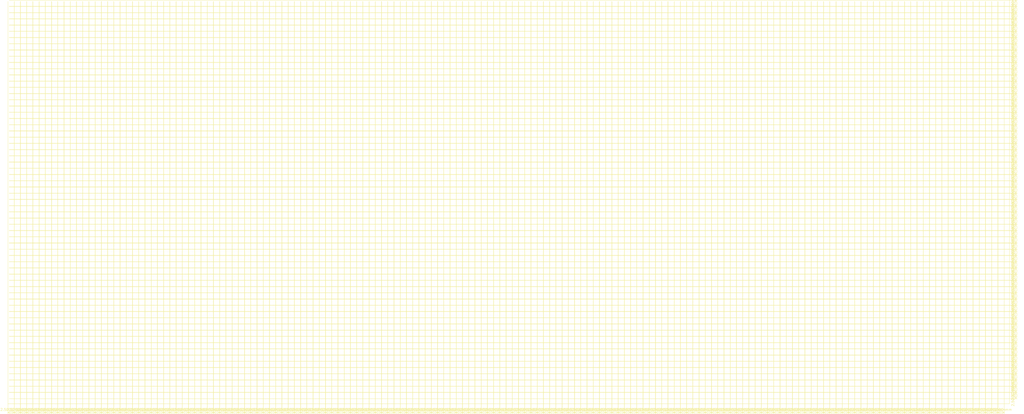
<source format=kicad_pcb>
(kicad_pcb (version 20221018) (generator pcbnew)

  (general
    (thickness 1.6)
  )

  (paper "A2")
  (layers
    (0 "F.Cu" signal)
    (31 "B.Cu" signal)
    (32 "B.Adhes" user "B.Adhesive")
    (33 "F.Adhes" user "F.Adhesive")
    (34 "B.Paste" user)
    (35 "F.Paste" user)
    (36 "B.SilkS" user "B.Silkscreen")
    (37 "F.SilkS" user "F.Silkscreen")
    (38 "B.Mask" user)
    (39 "F.Mask" user)
    (40 "Dwgs.User" user "User.Drawings")
    (41 "Cmts.User" user "User.Comments")
    (42 "Eco1.User" user "User.Eco1")
    (43 "Eco2.User" user "User.Eco2")
    (44 "Edge.Cuts" user)
    (45 "Margin" user)
    (46 "B.CrtYd" user "B.Courtyard")
    (47 "F.CrtYd" user "F.Courtyard")
    (48 "B.Fab" user)
    (49 "F.Fab" user)
    (50 "User.1" user)
    (51 "User.2" user)
    (52 "User.3" user)
    (53 "User.4" user)
    (54 "User.5" user)
    (55 "User.6" user)
    (56 "User.7" user)
    (57 "User.8" user)
    (58 "User.9" user)
  )

  (setup
    (pad_to_mask_clearance 0)
    (pcbplotparams
      (layerselection 0x00010fc_ffffffff)
      (plot_on_all_layers_selection 0x0000000_00000000)
      (disableapertmacros false)
      (usegerberextensions false)
      (usegerberattributes true)
      (usegerberadvancedattributes true)
      (creategerberjobfile true)
      (dashed_line_dash_ratio 12.000000)
      (dashed_line_gap_ratio 3.000000)
      (svgprecision 4)
      (plotframeref false)
      (viasonmask false)
      (mode 1)
      (useauxorigin false)
      (hpglpennumber 1)
      (hpglpenspeed 20)
      (hpglpendiameter 15.000000)
      (dxfpolygonmode true)
      (dxfimperialunits true)
      (dxfusepcbnewfont true)
      (psnegative false)
      (psa4output false)
      (plotreference true)
      (plotvalue true)
      (plotinvisibletext false)
      (sketchpadsonfab false)
      (subtractmaskfromsilk false)
      (outputformat 1)
      (mirror false)
      (drillshape 1)
      (scaleselection 1)
      (outputdirectory "")
    )
  )

  (net 0 "")

  (gr_line (start 87.8 236.99) (end 489.94 236.99)
    (stroke (width 0.15) (type default)) (layer "F.SilkS") (tstamp 38d08b18-f94a-4eaf-b8cf-abe1adeee58b))
  (gr_line (start 489.94 236.99) (end 489.95 74.98)
    (stroke (width 0.15) (type default)) (layer "F.SilkS") (tstamp f05584f5-0a92-4c20-ab60-d82002187996))
  (dimension (type aligned) (layer "F.SilkS") (tstamp 02ee3a79-20ab-43a0-b8ed-666620ce6da5)
    (pts (xy 107.8 74.97) (xy 110.3 74.97))
    (height 165.56)
    (gr_text "2.5000 mm" (at 109.05 239.38) (layer "F.SilkS") (tstamp 02ee3a79-20ab-43a0-b8ed-666620ce6da5)
      (effects (font (size 1 1) (thickness 0.15)))
    )
    (format (prefix "") (suffix "") (units 3) (units_format 1) (precision 4))
    (style (thickness 0.15) (arrow_length 1.27) (text_position_mode 0) (extension_height 0.58642) (extension_offset 0.5) keep_text_aligned)
  )
  (dimension (type aligned) (layer "F.SilkS") (tstamp 06f4f3f5-528c-4b6e-b243-e8f0f67b852d)
    (pts (xy 87.8 139.97) (xy 87.8 142.47))
    (height -404.66)
    (gr_text "2.5000 mm" (at 491.31 141.22 90) (layer "F.SilkS") (tstamp 06f4f3f5-528c-4b6e-b243-e8f0f67b852d)
      (effects (font (size 1 1) (thickness 0.15)))
    )
    (format (prefix "") (suffix "") (units 3) (units_format 1) (precision 4))
    (style (thickness 0.15) (arrow_length 1.27) (text_position_mode 0) (extension_height 0.58642) (extension_offset 0.5) keep_text_aligned)
  )
  (dimension (type aligned) (layer "F.SilkS") (tstamp 093d64ef-74f2-495d-bf27-dee06d6b8cef)
    (pts (xy 260.3 74.97) (xy 262.8 74.97))
    (height 165.56)
    (gr_text "2.5000 mm" (at 261.55 239.38) (layer "F.SilkS") (tstamp 093d64ef-74f2-495d-bf27-dee06d6b8cef)
      (effects (font (size 1 1) (thickness 0.15)))
    )
    (format (prefix "") (suffix "") (units 3) (units_format 1) (precision 4))
    (style (thickness 0.15) (arrow_length 1.27) (text_position_mode 0) (extension_height 0.58642) (extension_offset 0.5) keep_text_aligned)
  )
  (dimension (type aligned) (layer "F.SilkS") (tstamp 0c47fb2f-1b35-4ebc-9b81-563513e7a435)
    (pts (xy 122.8 74.97) (xy 125.3 74.97))
    (height 165.56)
    (gr_text "2.5000 mm" (at 124.05 239.38) (layer "F.SilkS") (tstamp 0c47fb2f-1b35-4ebc-9b81-563513e7a435)
      (effects (font (size 1 1) (thickness 0.15)))
    )
    (format (prefix "") (suffix "") (units 3) (units_format 1) (precision 4))
    (style (thickness 0.15) (arrow_length 1.27) (text_position_mode 0) (extension_height 0.58642) (extension_offset 0.5) keep_text_aligned)
  )
  (dimension (type aligned) (layer "F.SilkS") (tstamp 0ce3fd17-52e8-475e-9af1-3d95d584b2d7)
    (pts (xy 185.3 74.97) (xy 187.8 74.97))
    (height 165.56)
    (gr_text "2.5000 mm" (at 186.55 239.38) (layer "F.SilkS") (tstamp 0ce3fd17-52e8-475e-9af1-3d95d584b2d7)
      (effects (font (size 1 1) (thickness 0.15)))
    )
    (format (prefix "") (suffix "") (units 3) (units_format 1) (precision 4))
    (style (thickness 0.15) (arrow_length 1.27) (text_position_mode 0) (extension_height 0.58642) (extension_offset 0.5) keep_text_aligned)
  )
  (dimension (type aligned) (layer "F.SilkS") (tstamp 0cf198f7-00fb-4232-9a1e-d890f1a617b8)
    (pts (xy 92.8 74.97) (xy 95.3 74.97))
    (height 165.56)
    (gr_text "2.5000 mm" (at 94.05 239.38) (layer "F.SilkS") (tstamp 0cf198f7-00fb-4232-9a1e-d890f1a617b8)
      (effects (font (size 1 1) (thickness 0.15)))
    )
    (format (prefix "") (suffix "") (units 3) (units_format 1) (precision 4))
    (style (thickness 0.15) (arrow_length 1.27) (text_position_mode 0) (extension_height 0.58642) (extension_offset 0.5) keep_text_aligned)
  )
  (dimension (type aligned) (layer "F.SilkS") (tstamp 0cf86dc6-1997-4a51-a0ae-8e9f62f00070)
    (pts (xy 167.8 74.97) (xy 170.3 74.97))
    (height 165.56)
    (gr_text "2.5000 mm" (at 169.05 239.38) (layer "F.SilkS") (tstamp 0cf86dc6-1997-4a51-a0ae-8e9f62f00070)
      (effects (font (size 1 1) (thickness 0.15)))
    )
    (format (prefix "") (suffix "") (units 3) (units_format 1) (precision 4))
    (style (thickness 0.15) (arrow_length 1.27) (text_position_mode 0) (extension_height 0.58642) (extension_offset 0.5) keep_text_aligned)
  )
  (dimension (type aligned) (layer "F.SilkS") (tstamp 0d235ab1-c02d-4c44-93ca-2fef6952c8cb)
    (pts (xy 460.3 74.97) (xy 462.8 74.97))
    (height 165.56)
    (gr_text "2.5000 mm" (at 461.55 239.38) (layer "F.SilkS") (tstamp 0d235ab1-c02d-4c44-93ca-2fef6952c8cb)
      (effects (font (size 1 1) (thickness 0.15)))
    )
    (format (prefix "") (suffix "") (units 3) (units_format 1) (precision 4))
    (style (thickness 0.15) (arrow_length 1.27) (text_position_mode 0) (extension_height 0.58642) (extension_offset 0.5) keep_text_aligned)
  )
  (dimension (type aligned) (layer "F.SilkS") (tstamp 0dc62ae7-3cc8-451c-81a6-7864dfc9bc55)
    (pts (xy 307.8 74.97) (xy 310.3 74.97))
    (height 165.56)
    (gr_text "2.5000 mm" (at 309.05 239.38) (layer "F.SilkS") (tstamp 0dc62ae7-3cc8-451c-81a6-7864dfc9bc55)
      (effects (font (size 1 1) (thickness 0.15)))
    )
    (format (prefix "") (suffix "") (units 3) (units_format 1) (precision 4))
    (style (thickness 0.15) (arrow_length 1.27) (text_position_mode 0) (extension_height 0.58642) (extension_offset 0.5) keep_text_aligned)
  )
  (dimension (type aligned) (layer "F.SilkS") (tstamp 0e3ac857-273b-4b4c-83d7-a3e1373cc783)
    (pts (xy 452.8 74.97) (xy 455.3 74.97))
    (height 165.56)
    (gr_text "2.5000 mm" (at 454.05 239.38) (layer "F.SilkS") (tstamp 0e3ac857-273b-4b4c-83d7-a3e1373cc783)
      (effects (font (size 1 1) (thickness 0.15)))
    )
    (format (prefix "") (suffix "") (units 3) (units_format 1) (precision 4))
    (style (thickness 0.15) (arrow_length 1.27) (text_position_mode 0) (extension_height 0.58642) (extension_offset 0.5) keep_text_aligned)
  )
  (dimension (type aligned) (layer "F.SilkS") (tstamp 1010911e-6a0f-4c9b-9187-f5bcb7910e58)
    (pts (xy 87.8 189.97) (xy 87.8 192.47))
    (height -404.66)
    (gr_text "2.5000 mm" (at 491.31 191.22 90) (layer "F.SilkS") (tstamp 1010911e-6a0f-4c9b-9187-f5bcb7910e58)
      (effects (font (size 1 1) (thickness 0.15)))
    )
    (format (prefix "") (suffix "") (units 3) (units_format 1) (precision 4))
    (style (thickness 0.15) (arrow_length 1.27) (text_position_mode 0) (extension_height 0.58642) (extension_offset 0.5) keep_text_aligned)
  )
  (dimension (type aligned) (layer "F.SilkS") (tstamp 10b9a012-3db7-4468-9082-e594b8a4c550)
    (pts (xy 87.8 232.47) (xy 87.8 234.97))
    (height -404.66)
    (gr_text "2.5000 mm" (at 491.31 233.72 90) (layer "F.SilkS") (tstamp 10b9a012-3db7-4468-9082-e594b8a4c550)
      (effects (font (size 1 1) (thickness 0.15)))
    )
    (format (prefix "") (suffix "") (units 3) (units_format 1) (precision 4))
    (style (thickness 0.15) (arrow_length 1.27) (text_position_mode 0) (extension_height 0.58642) (extension_offset 0.5) keep_text_aligned)
  )
  (dimension (type aligned) (layer "F.SilkS") (tstamp 183664d9-8d27-44e5-9bbc-71381fc08b44)
    (pts (xy 370.3 74.97) (xy 372.8 74.97))
    (height 165.56)
    (gr_text "2.5000 mm" (at 371.55 239.38) (layer "F.SilkS") (tstamp 183664d9-8d27-44e5-9bbc-71381fc08b44)
      (effects (font (size 1 1) (thickness 0.15)))
    )
    (format (prefix "") (suffix "") (units 3) (units_format 1) (precision 4))
    (style (thickness 0.15) (arrow_length 1.27) (text_position_mode 0) (extension_height 0.58642) (extension_offset 0.5) keep_text_aligned)
  )
  (dimension (type aligned) (layer "F.SilkS") (tstamp 18f4dfe8-94ec-4140-8f3e-9dae33dadc45)
    (pts (xy 87.8 89.97) (xy 87.8 92.47))
    (height -404.66)
    (gr_text "2.5000 mm" (at 491.31 91.22 90) (layer "F.SilkS") (tstamp 18f4dfe8-94ec-4140-8f3e-9dae33dadc45)
      (effects (font (size 1 1) (thickness 0.15)))
    )
    (format (prefix "") (suffix "") (units 3) (units_format 1) (precision 4))
    (style (thickness 0.15) (arrow_length 1.27) (text_position_mode 0) (extension_height 0.58642) (extension_offset 0.5) keep_text_aligned)
  )
  (dimension (type aligned) (layer "F.SilkS") (tstamp 191ecf9a-2120-4938-911f-a17c98d85757)
    (pts (xy 87.8 169.97) (xy 87.8 172.47))
    (height -404.66)
    (gr_text "2.5000 mm" (at 491.31 171.22 90) (layer "F.SilkS") (tstamp 191ecf9a-2120-4938-911f-a17c98d85757)
      (effects (font (size 1 1) (thickness 0.15)))
    )
    (format (prefix "") (suffix "") (units 3) (units_format 1) (precision 4))
    (style (thickness 0.15) (arrow_length 1.27) (text_position_mode 0) (extension_height 0.58642) (extension_offset 0.5) keep_text_aligned)
  )
  (dimension (type aligned) (layer "F.SilkS") (tstamp 195ad33c-8a7e-402a-8163-c7f05346151e)
    (pts (xy 272.8 74.97) (xy 275.3 74.97))
    (height 165.56)
    (gr_text "2.5000 mm" (at 274.05 239.38) (layer "F.SilkS") (tstamp 195ad33c-8a7e-402a-8163-c7f05346151e)
      (effects (font (size 1 1) (thickness 0.15)))
    )
    (format (prefix "") (suffix "") (units 3) (units_format 1) (precision 4))
    (style (thickness 0.15) (arrow_length 1.27) (text_position_mode 0) (extension_height 0.58642) (extension_offset 0.5) keep_text_aligned)
  )
  (dimension (type aligned) (layer "F.SilkS") (tstamp 1a56b444-6190-4320-8eb0-466ba5216494)
    (pts (xy 245.3 74.97) (xy 247.8 74.97))
    (height 165.56)
    (gr_text "2.5000 mm" (at 246.55 239.38) (layer "F.SilkS") (tstamp 1a56b444-6190-4320-8eb0-466ba5216494)
      (effects (font (size 1 1) (thickness 0.15)))
    )
    (format (prefix "") (suffix "") (units 3) (units_format 1) (precision 4))
    (style (thickness 0.15) (arrow_length 1.27) (text_position_mode 0) (extension_height 0.58642) (extension_offset 0.5) keep_text_aligned)
  )
  (dimension (type aligned) (layer "F.SilkS") (tstamp 1b0c7551-9cbc-4959-89fb-9ab7237dddc3)
    (pts (xy 252.8 74.97) (xy 255.3 74.97))
    (height 165.56)
    (gr_text "2.5000 mm" (at 254.05 239.38) (layer "F.SilkS") (tstamp 1b0c7551-9cbc-4959-89fb-9ab7237dddc3)
      (effects (font (size 1 1) (thickness 0.15)))
    )
    (format (prefix "") (suffix "") (units 3) (units_format 1) (precision 4))
    (style (thickness 0.15) (arrow_length 1.27) (text_position_mode 0) (extension_height 0.58642) (extension_offset 0.5) keep_text_aligned)
  )
  (dimension (type aligned) (layer "F.SilkS") (tstamp 1faab12b-7ee4-45a8-9c09-bbf1a540fcb2)
    (pts (xy 262.8 74.97) (xy 265.3 74.97))
    (height 165.56)
    (gr_text "2.5000 mm" (at 264.05 239.38) (layer "F.SilkS") (tstamp 1faab12b-7ee4-45a8-9c09-bbf1a540fcb2)
      (effects (font (size 1 1) (thickness 0.15)))
    )
    (format (prefix "") (suffix "") (units 3) (units_format 1) (precision 4))
    (style (thickness 0.15) (arrow_length 1.27) (text_position_mode 0) (extension_height 0.58642) (extension_offset 0.5) keep_text_aligned)
  )
  (dimension (type aligned) (layer "F.SilkS") (tstamp 1fda62b5-24e0-4661-ab1a-e41581c1a0f6)
    (pts (xy 87.8 154.97) (xy 87.8 157.47))
    (height -404.66)
    (gr_text "2.5000 mm" (at 491.31 156.22 90) (layer "F.SilkS") (tstamp 1fda62b5-24e0-4661-ab1a-e41581c1a0f6)
      (effects (font (size 1 1) (thickness 0.15)))
    )
    (format (prefix "") (suffix "") (units 3) (units_format 1) (precision 4))
    (style (thickness 0.15) (arrow_length 1.27) (text_position_mode 0) (extension_height 0.58642) (extension_offset 0.5) keep_text_aligned)
  )
  (dimension (type aligned) (layer "F.SilkS") (tstamp 20409734-5c0b-474b-a294-9a5ef75beb45)
    (pts (xy 87.8 209.97) (xy 87.8 212.47))
    (height -404.66)
    (gr_text "2.5000 mm" (at 491.31 211.22 90) (layer "F.SilkS") (tstamp 20409734-5c0b-474b-a294-9a5ef75beb45)
      (effects (font (size 1 1) (thickness 0.15)))
    )
    (format (prefix "") (suffix "") (units 3) (units_format 1) (precision 4))
    (style (thickness 0.15) (arrow_length 1.27) (text_position_mode 0) (extension_height 0.58642) (extension_offset 0.5) keep_text_aligned)
  )
  (dimension (type aligned) (layer "F.SilkS") (tstamp 22e090a8-7d3d-47e0-83e0-93c29d599e6b)
    (pts (xy 277.8 74.97) (xy 280.3 74.97))
    (height 165.56)
    (gr_text "2.5000 mm" (at 279.05 239.38) (layer "F.SilkS") (tstamp 22e090a8-7d3d-47e0-83e0-93c29d599e6b)
      (effects (font (size 1 1) (thickness 0.15)))
    )
    (format (prefix "") (suffix "") (units 3) (units_format 1) (precision 4))
    (style (thickness 0.15) (arrow_length 1.27) (text_position_mode 0) (extension_height 0.58642) (extension_offset 0.5) keep_text_aligned)
  )
  (dimension (type aligned) (layer "F.SilkS") (tstamp 2579ee05-30c1-4ae9-bdb6-bd36b760eecb)
    (pts (xy 305.3 74.97) (xy 307.8 74.97))
    (height 165.56)
    (gr_text "2.5000 mm" (at 306.55 239.38) (layer "F.SilkS") (tstamp 2579ee05-30c1-4ae9-bdb6-bd36b760eecb)
      (effects (font (size 1 1) (thickness 0.15)))
    )
    (format (prefix "") (suffix "") (units 3) (units_format 1) (precision 4))
    (style (thickness 0.15) (arrow_length 1.27) (text_position_mode 0) (extension_height 0.58642) (extension_offset 0.5) keep_text_aligned)
  )
  (dimension (type aligned) (layer "F.SilkS") (tstamp 25b8e163-56da-47d9-8d50-4e08823178ad)
    (pts (xy 412.8 74.97) (xy 415.3 74.97))
    (height 165.56)
    (gr_text "2.5000 mm" (at 414.05 239.38) (layer "F.SilkS") (tstamp 25b8e163-56da-47d9-8d50-4e08823178ad)
      (effects (font (size 1 1) (thickness 0.15)))
    )
    (format (prefix "") (suffix "") (units 3) (units_format 1) (precision 4))
    (style (thickness 0.15) (arrow_length 1.27) (text_position_mode 0) (extension_height 0.58642) (extension_offset 0.5) keep_text_aligned)
  )
  (dimension (type aligned) (layer "F.SilkS") (tstamp 28f2f537-54f8-4ac9-a7b8-f632743d0fc7)
    (pts (xy 282.8 74.97) (xy 285.3 74.97))
    (height 165.56)
    (gr_text "2.5000 mm" (at 284.05 239.38) (layer "F.SilkS") (tstamp 28f2f537-54f8-4ac9-a7b8-f632743d0fc7)
      (effects (font (size 1 1) (thickness 0.15)))
    )
    (format (prefix "") (suffix "") (units 3) (units_format 1) (precision 4))
    (style (thickness 0.15) (arrow_length 1.27) (text_position_mode 0) (extension_height 0.58642) (extension_offset 0.5) keep_text_aligned)
  )
  (dimension (type aligned) (layer "F.SilkS") (tstamp 2940df98-11ee-4556-89af-dea443bab710)
    (pts (xy 87.8 119.97) (xy 87.8 122.47))
    (height -404.66)
    (gr_text "2.5000 mm" (at 491.31 121.22 90) (layer "F.SilkS") (tstamp 2940df98-11ee-4556-89af-dea443bab710)
      (effects (font (size 1 1) (thickness 0.15)))
    )
    (format (prefix "") (suffix "") (units 3) (units_format 1) (precision 4))
    (style (thickness 0.15) (arrow_length 1.27) (text_position_mode 0) (extension_height 0.58642) (extension_offset 0.5) keep_text_aligned)
  )
  (dimension (type aligned) (layer "F.SilkS") (tstamp 29fcfb66-7ccc-4607-8553-78dbe608a117)
    (pts (xy 87.8 229.97) (xy 87.8 232.47))
    (height -404.66)
    (gr_text "2.5000 mm" (at 491.31 231.22 90) (layer "F.SilkS") (tstamp 29fcfb66-7ccc-4607-8553-78dbe608a117)
      (effects (font (size 1 1) (thickness 0.15)))
    )
    (format (prefix "") (suffix "") (units 3) (units_format 1) (precision 4))
    (style (thickness 0.15) (arrow_length 1.27) (text_position_mode 0) (extension_height 0.58642) (extension_offset 0.5) keep_text_aligned)
  )
  (dimension (type aligned) (layer "F.SilkS") (tstamp 2a107dae-8deb-4283-b550-98a944e85ebd)
    (pts (xy 330.3 74.97) (xy 332.8 74.97))
    (height 165.56)
    (gr_text "2.5000 mm" (at 331.55 239.38) (layer "F.SilkS") (tstamp 2a107dae-8deb-4283-b550-98a944e85ebd)
      (effects (font (size 1 1) (thickness 0.15)))
    )
    (format (prefix "") (suffix "") (units 3) (units_format 1) (precision 4))
    (style (thickness 0.15) (arrow_length 1.27) (text_position_mode 0) (extension_height 0.58642) (extension_offset 0.5) keep_text_aligned)
  )
  (dimension (type aligned) (layer "F.SilkS") (tstamp 2aec9893-b9b8-4384-a617-28d12c8370ae)
    (pts (xy 155.3 74.97) (xy 157.8 74.97))
    (height 165.56)
    (gr_text "2.5000 mm" (at 156.55 239.38) (layer "F.SilkS") (tstamp 2aec9893-b9b8-4384-a617-28d12c8370ae)
      (effects (font (size 1 1) (thickness 0.15)))
    )
    (format (prefix "") (suffix "") (units 3) (units_format 1) (precision 4))
    (style (thickness 0.15) (arrow_length 1.27) (text_position_mode 0) (extension_height 0.58642) (extension_offset 0.5) keep_text_aligned)
  )
  (dimension (type aligned) (layer "F.SilkS") (tstamp 2e98a97e-7455-4478-b3d1-eed601750e7a)
    (pts (xy 222.8 74.97) (xy 225.3 74.97))
    (height 165.56)
    (gr_text "2.5000 mm" (at 224.05 239.38) (layer "F.SilkS") (tstamp 2e98a97e-7455-4478-b3d1-eed601750e7a)
      (effects (font (size 1 1) (thickness 0.15)))
    )
    (format (prefix "") (suffix "") (units 3) (units_format 1) (precision 4))
    (style (thickness 0.15) (arrow_length 1.27) (text_position_mode 0) (extension_height 0.58642) (extension_offset 0.5) keep_text_aligned)
  )
  (dimension (type aligned) (layer "F.SilkS") (tstamp 2eb525cc-42f5-4f28-be16-d30fabe6c034)
    (pts (xy 267.8 74.97) (xy 270.3 74.97))
    (height 165.56)
    (gr_text "2.5000 mm" (at 269.05 239.38) (layer "F.SilkS") (tstamp 2eb525cc-42f5-4f28-be16-d30fabe6c034)
      (effects (font (size 1 1) (thickness 0.15)))
    )
    (format (prefix "") (suffix "") (units 3) (units_format 1) (precision 4))
    (style (thickness 0.15) (arrow_length 1.27) (text_position_mode 0) (extension_height 0.58642) (extension_offset 0.5) keep_text_aligned)
  )
  (dimension (type aligned) (layer "F.SilkS") (tstamp 306220d8-f0e3-449d-872b-1ef5622ce9ec)
    (pts (xy 217.8 74.97) (xy 220.3 74.97))
    (height 165.56)
    (gr_text "2.5000 mm" (at 219.05 239.38) (layer "F.SilkS") (tstamp 306220d8-f0e3-449d-872b-1ef5622ce9ec)
      (effects (font (size 1 1) (thickness 0.15)))
    )
    (format (prefix "") (suffix "") (units 3) (units_format 1) (precision 4))
    (style (thickness 0.15) (arrow_length 1.27) (text_position_mode 0) (extension_height 0.58642) (extension_offset 0.5) keep_text_aligned)
  )
  (dimension (type aligned) (layer "F.SilkS") (tstamp 30ffcfaf-eacb-437a-870d-893d6cb9f774)
    (pts (xy 445.3 74.97) (xy 447.8 74.97))
    (height 165.56)
    (gr_text "2.5000 mm" (at 446.55 239.38) (layer "F.SilkS") (tstamp 30ffcfaf-eacb-437a-870d-893d6cb9f774)
      (effects (font (size 1 1) (thickness 0.15)))
    )
    (format (prefix "") (suffix "") (units 3) (units_format 1) (precision 4))
    (style (thickness 0.15) (arrow_length 1.27) (text_position_mode 0) (extension_height 0.58642) (extension_offset 0.5) keep_text_aligned)
  )
  (dimension (type aligned) (layer "F.SilkS") (tstamp 312689c6-70ff-44ca-be50-c97f80b1cb9b)
    (pts (xy 455.3 74.97) (xy 457.8 74.97))
    (height 165.56)
    (gr_text "2.5000 mm" (at 456.55 239.38) (layer "F.SilkS") (tstamp 312689c6-70ff-44ca-be50-c97f80b1cb9b)
      (effects (font (size 1 1) (thickness 0.15)))
    )
    (format (prefix "") (suffix "") (units 3) (units_format 1) (precision 4))
    (style (thickness 0.15) (arrow_length 1.27) (text_position_mode 0) (extension_height 0.58642) (extension_offset 0.5) keep_text_aligned)
  )
  (dimension (type aligned) (layer "F.SilkS") (tstamp 3164f931-682e-47c8-8b69-ba4bfb06ccc5)
    (pts (xy 160.3 74.97) (xy 162.8 74.97))
    (height 165.56)
    (gr_text "2.5000 mm" (at 161.55 239.38) (layer "F.SilkS") (tstamp 3164f931-682e-47c8-8b69-ba4bfb06ccc5)
      (effects (font (size 1 1) (thickness 0.15)))
    )
    (format (prefix "") (suffix "") (units 3) (units_format 1) (precision 4))
    (style (thickness 0.15) (arrow_length 1.27) (text_position_mode 0) (extension_height 0.58642) (extension_offset 0.5) keep_text_aligned)
  )
  (dimension (type aligned) (layer "F.SilkS") (tstamp 317a4148-e273-41d2-8439-13ef0b610450)
    (pts (xy 347.8 74.97) (xy 350.3 74.97))
    (height 165.56)
    (gr_text "2.5000 mm" (at 349.05 239.38) (layer "F.SilkS") (tstamp 317a4148-e273-41d2-8439-13ef0b610450)
      (effects (font (size 1 1) (thickness 0.15)))
    )
    (format (prefix "") (suffix "") (units 3) (units_format 1) (precision 4))
    (style (thickness 0.15) (arrow_length 1.27) (text_position_mode 0) (extension_height 0.58642) (extension_offset 0.5) keep_text_aligned)
  )
  (dimension (type aligned) (layer "F.SilkS") (tstamp 331a429e-a900-4703-8207-0542822d2cc7)
    (pts (xy 417.8 74.97) (xy 420.3 74.97))
    (height 165.56)
    (gr_text "2.5000 mm" (at 419.05 239.38) (layer "F.SilkS") (tstamp 331a429e-a900-4703-8207-0542822d2cc7)
      (effects (font (size 1 1) (thickness 0.15)))
    )
    (format (prefix "") (suffix "") (units 3) (units_format 1) (precision 4))
    (style (thickness 0.15) (arrow_length 1.27) (text_position_mode 0) (extension_height 0.58642) (extension_offset 0.5) keep_text_aligned)
  )
  (dimension (type aligned) (layer "F.SilkS") (tstamp 34a00b9a-4d25-4b23-aee4-4778ed472f00)
    (pts (xy 237.8 74.97) (xy 240.3 74.97))
    (height 165.56)
    (gr_text "2.5000 mm" (at 239.05 239.38) (layer "F.SilkS") (tstamp 34a00b9a-4d25-4b23-aee4-4778ed472f00)
      (effects (font (size 1 1) (thickness 0.15)))
    )
    (format (prefix "") (suffix "") (units 3) (units_format 1) (precision 4))
    (style (thickness 0.15) (arrow_length 1.27) (text_position_mode 0) (extension_height 0.58642) (extension_offset 0.5) keep_text_aligned)
  )
  (dimension (type aligned) (layer "F.SilkS") (tstamp 3744ebf8-5e3a-4207-b4b6-ee2c39512e1d)
    (pts (xy 215.3 74.97) (xy 217.8 74.97))
    (height 165.56)
    (gr_text "2.5000 mm" (at 216.55 239.38) (layer "F.SilkS") (tstamp 3744ebf8-5e3a-4207-b4b6-ee2c39512e1d)
      (effects (font (size 1 1) (thickness 0.15)))
    )
    (format (prefix "") (suffix "") (units 3) (units_format 1) (precision 4))
    (style (thickness 0.15) (arrow_length 1.27) (text_position_mode 0) (extension_height 0.58642) (extension_offset 0.5) keep_text_aligned)
  )
  (dimension (type aligned) (layer "F.SilkS") (tstamp 377e9c32-7e31-4eb8-a779-8c0de5cb1fde)
    (pts (xy 177.8 74.97) (xy 180.3 74.97))
    (height 165.56)
    (gr_text "2.5000 mm" (at 179.05 239.38) (layer "F.SilkS") (tstamp 377e9c32-7e31-4eb8-a779-8c0de5cb1fde)
      (effects (font (size 1 1) (thickness 0.15)))
    )
    (format (prefix "") (suffix "") (units 3) (units_format 1) (precision 4))
    (style (thickness 0.15) (arrow_length 1.27) (text_position_mode 0) (extension_height 0.58642) (extension_offset 0.5) keep_text_aligned)
  )
  (dimension (type aligned) (layer "F.SilkS") (tstamp 388f05f3-e3d5-4c69-bab9-168816f38f52)
    (pts (xy 250.3 74.97) (xy 252.8 74.97))
    (height 165.56)
    (gr_text "2.5000 mm" (at 251.55 239.38) (layer "F.SilkS") (tstamp 388f05f3-e3d5-4c69-bab9-168816f38f52)
      (effects (font (size 1 1) (thickness 0.15)))
    )
    (format (prefix "") (suffix "") (units 3) (units_format 1) (precision 4))
    (style (thickness 0.15) (arrow_length 1.27) (text_position_mode 0) (extension_height 0.58642) (extension_offset 0.5) keep_text_aligned)
  )
  (dimension (type aligned) (layer "F.SilkS") (tstamp 390dfb8e-e045-4dd4-b05f-e928577da3cf)
    (pts (xy 87.8 164.97) (xy 87.8 167.47))
    (height -404.66)
    (gr_text "2.5000 mm" (at 491.31 166.22 90) (layer "F.SilkS") (tstamp 390dfb8e-e045-4dd4-b05f-e928577da3cf)
      (effects (font (size 1 1) (thickness 0.15)))
    )
    (format (prefix "") (suffix "") (units 3) (units_format 1) (precision 4))
    (style (thickness 0.15) (arrow_length 1.27) (text_position_mode 0) (extension_height 0.58642) (extension_offset 0.5) keep_text_aligned)
  )
  (dimension (type aligned) (layer "F.SilkS") (tstamp 3ae09694-3a20-4321-94db-3afd8f4720f5)
    (pts (xy 355.3 74.97) (xy 357.8 74.97))
    (height 165.56)
    (gr_text "2.5000 mm" (at 356.55 239.38) (layer "F.SilkS") (tstamp 3ae09694-3a20-4321-94db-3afd8f4720f5)
      (effects (font (size 1 1) (thickness 0.15)))
    )
    (format (prefix "") (suffix "") (units 3) (units_format 1) (precision 4))
    (style (thickness 0.15) (arrow_length 1.27) (text_position_mode 0) (extension_height 0.58642) (extension_offset 0.5) keep_text_aligned)
  )
  (dimension (type aligned) (layer "F.SilkS") (tstamp 3eb5fcc3-7c1d-45d8-92e1-c5f7ed3c827d)
    (pts (xy 87.8 172.47) (xy 87.8 174.97))
    (height -404.66)
    (gr_text "2.5000 mm" (at 491.31 173.72 90) (layer "F.SilkS") (tstamp 3eb5fcc3-7c1d-45d8-92e1-c5f7ed3c827d)
      (effects (font (size 1 1) (thickness 0.15)))
    )
    (format (prefix "") (suffix "") (units 3) (units_format 1) (precision 4))
    (style (thickness 0.15) (arrow_length 1.27) (text_position_mode 0) (extension_height 0.58642) (extension_offset 0.5) keep_text_aligned)
  )
  (dimension (type aligned) (layer "F.SilkS") (tstamp 3f3b36ef-a7ed-4978-8490-7143d81abe84)
    (pts (xy 407.8 74.97) (xy 410.3 74.97))
    (height 165.56)
    (gr_text "2.5000 mm" (at 409.05 239.38) (layer "F.SilkS") (tstamp 3f3b36ef-a7ed-4978-8490-7143d81abe84)
      (effects (font (size 1 1) (thickness 0.15)))
    )
    (format (prefix "") (suffix "") (units 3) (units_format 1) (precision 4))
    (style (thickness 0.15) (arrow_length 1.27) (text_position_mode 0) (extension_height 0.58642) (extension_offset 0.5) keep_text_aligned)
  )
  (dimension (type aligned) (layer "F.SilkS") (tstamp 42eed27b-05b1-45b3-8123-7a47867b6698)
    (pts (xy 392.8 74.97) (xy 395.3 74.97))
    (height 165.56)
    (gr_text "2.5000 mm" (at 394.05 239.38) (layer "F.SilkS") (tstamp 42eed27b-05b1-45b3-8123-7a47867b6698)
      (effects (font (size 1 1) (thickness 0.15)))
    )
    (format (prefix "") (suffix "") (units 3) (units_format 1) (precision 4))
    (style (thickness 0.15) (arrow_length 1.27) (text_position_mode 0) (extension_height 0.58642) (extension_offset 0.5) keep_text_aligned)
  )
  (dimension (type aligned) (layer "F.SilkS") (tstamp 4342da2a-c618-4f42-9bc3-026c19c8cb19)
    (pts (xy 87.8 87.47) (xy 87.8 89.97))
    (height -404.66)
    (gr_text "2.5000 mm" (at 491.31 88.72 90) (layer "F.SilkS") (tstamp 4342da2a-c618-4f42-9bc3-026c19c8cb19)
      (effects (font (size 1 1) (thickness 0.15)))
    )
    (format (prefix "") (suffix "") (units 3) (units_format 1) (precision 4))
    (style (thickness 0.15) (arrow_length 1.27) (text_position_mode 0) (extension_height 0.58642) (extension_offset 0.5) keep_text_aligned)
  )
  (dimension (type aligned) (layer "F.SilkS") (tstamp 4354a296-d8db-40ae-b948-1ae441bcdda3)
    (pts (xy 435.3 74.97) (xy 437.8 74.97))
    (height 165.56)
    (gr_text "2.5000 mm" (at 436.55 239.38) (layer "F.SilkS") (tstamp 4354a296-d8db-40ae-b948-1ae441bcdda3)
      (effects (font (size 1 1) (thickness 0.15)))
    )
    (format (prefix "") (suffix "") (units 3) (units_format 1) (precision 4))
    (style (thickness 0.15) (arrow_length 1.27) (text_position_mode 0) (extension_height 0.58642) (extension_offset 0.5) keep_text_aligned)
  )
  (dimension (type aligned) (layer "F.SilkS") (tstamp 4363ecce-ad5c-4890-bc3d-ec5514ed5800)
    (pts (xy 87.8 157.47) (xy 87.8 159.97))
    (height -404.66)
    (gr_text "2.5000 mm" (at 491.31 158.72 90) (layer "F.SilkS") (tstamp 4363ecce-ad5c-4890-bc3d-ec5514ed5800)
      (effects (font (size 1 1) (thickness 0.15)))
    )
    (format (prefix "") (suffix "") (units 3) (units_format 1) (precision 4))
    (style (thickness 0.15) (arrow_length 1.27) (text_position_mode 0) (extension_height 0.58642) (extension_offset 0.5) keep_text_aligned)
  )
  (dimension (type aligned) (layer "F.SilkS") (tstamp 43cd3cfd-33e1-42ad-b318-72f9aed340b9)
    (pts (xy 87.8 207.47) (xy 87.8 209.97))
    (height -404.66)
    (gr_text "2.5000 mm" (at 491.31 208.72 90) (layer "F.SilkS") (tstamp 43cd3cfd-33e1-42ad-b318-72f9aed340b9)
      (effects (font (size 1 1) (thickness 0.15)))
    )
    (format (prefix "") (suffix "") (units 3) (units_format 1) (precision 4))
    (style (thickness 0.15) (arrow_length 1.27) (text_position_mode 0) (extension_height 0.58642) (extension_offset 0.5) keep_text_aligned)
  )
  (dimension (type aligned) (layer "F.SilkS") (tstamp 4410f07d-728d-49a6-8a0e-85710ea84b0a)
    (pts (xy 430.3 74.97) (xy 432.8 74.97))
    (height 165.56)
    (gr_text "2.5000 mm" (at 431.55 239.38) (layer "F.SilkS") (tstamp 4410f07d-728d-49a6-8a0e-85710ea84b0a)
      (effects (font (size 1 1) (thickness 0.15)))
    )
    (format (prefix "") (suffix "") (units 3) (units_format 1) (precision 4))
    (style (thickness 0.15) (arrow_length 1.27) (text_position_mode 0) (extension_height 0.58642) (extension_offset 0.5) keep_text_aligned)
  )
  (dimension (type aligned) (layer "F.SilkS") (tstamp 446e2431-26b7-4c59-b618-f0d1d0d56eab)
    (pts (xy 157.8 74.97) (xy 160.3 74.97))
    (height 165.56)
    (gr_text "2.5000 mm" (at 159.05 239.38) (layer "F.SilkS") (tstamp 446e2431-26b7-4c59-b618-f0d1d0d56eab)
      (effects (font (size 1 1) (thickness 0.15)))
    )
    (format (prefix "") (suffix "") (units 3) (units_format 1) (precision 4))
    (style (thickness 0.15) (arrow_length 1.27) (text_position_mode 0) (extension_height 0.58642) (extension_offset 0.5) keep_text_aligned)
  )
  (dimension (type aligned) (layer "F.SilkS") (tstamp 46330b94-5c41-49fd-8f62-8ca02a843572)
    (pts (xy 232.8 74.97) (xy 235.3 74.97))
    (height 165.56)
    (gr_text "2.5000 mm" (at 234.05 239.38) (layer "F.SilkS") (tstamp 46330b94-5c41-49fd-8f62-8ca02a843572)
      (effects (font (size 1 1) (thickness 0.15)))
    )
    (format (prefix "") (suffix "") (units 3) (units_format 1) (precision 4))
    (style (thickness 0.15) (arrow_length 1.27) (text_position_mode 0) (extension_height 0.58642) (extension_offset 0.5) keep_text_aligned)
  )
  (dimension (type aligned) (layer "F.SilkS") (tstamp 4820dfe5-b563-40bc-a2c4-afc9926749ac)
    (pts (xy 450.3 74.97) (xy 452.8 74.97))
    (height 165.56)
    (gr_text "2.5000 mm" (at 451.55 239.38) (layer "F.SilkS") (tstamp 4820dfe5-b563-40bc-a2c4-afc9926749ac)
      (effects (font (size 1 1) (thickness 0.15)))
    )
    (format (prefix "") (suffix "") (units 3) (units_format 1) (precision 4))
    (style (thickness 0.15) (arrow_length 1.27) (text_position_mode 0) (extension_height 0.58642) (extension_offset 0.5) keep_text_aligned)
  )
  (dimension (type aligned) (layer "F.SilkS") (tstamp 497b0d4d-d7d6-437c-860f-669caa52940c)
    (pts (xy 192.8 74.97) (xy 195.3 74.97))
    (height 165.56)
    (gr_text "2.5000 mm" (at 194.05 239.38) (layer "F.SilkS") (tstamp 497b0d4d-d7d6-437c-860f-669caa52940c)
      (effects (font (size 1 1) (thickness 0.15)))
    )
    (format (prefix "") (suffix "") (units 3) (units_format 1) (precision 4))
    (style (thickness 0.15) (arrow_length 1.27) (text_position_mode 0) (extension_height 0.58642) (extension_offset 0.5) keep_text_aligned)
  )
  (dimension (type aligned) (layer "F.SilkS") (tstamp 4b635508-1dda-4447-b07c-dc8ee040075b)
    (pts (xy 440.3 74.97) (xy 442.8 74.97))
    (height 165.56)
    (gr_text "2.5000 mm" (at 441.55 239.38) (layer "F.SilkS") (tstamp 4b635508-1dda-4447-b07c-dc8ee040075b)
      (effects (font (size 1 1) (thickness 0.15)))
    )
    (format (prefix "") (suffix "") (units 3) (units_format 1) (precision 4))
    (style (thickness 0.15) (arrow_length 1.27) (text_position_mode 0) (extension_height 0.58642) (extension_offset 0.5) keep_text_aligned)
  )
  (dimension (type aligned) (layer "F.SilkS") (tstamp 4d630d00-2a68-480e-82f5-67caeb166a0c)
    (pts (xy 87.8 74.97) (xy 90.3 74.97))
    (height 165.56)
    (gr_text "2.5000 mm" (at 89.05 239.38) (layer "F.SilkS") (tstamp 4d630d00-2a68-480e-82f5-67caeb166a0c)
      (effects (font (size 1 1) (thickness 0.15)))
    )
    (format (prefix "") (suffix "") (units 3) (units_format 1) (precision 4))
    (style (thickness 0.15) (arrow_length 1.27) (text_position_mode 0) (extension_height 0.58642) (extension_offset 0.5) keep_text_aligned)
  )
  (dimension (type aligned) (layer "F.SilkS") (tstamp 4e861bb4-4757-4374-b034-88e149fd9722)
    (pts (xy 90.3 74.97) (xy 92.8 74.97))
    (height 165.56)
    (gr_text "2.5000 mm" (at 91.55 239.38) (layer "F.SilkS") (tstamp 4e861bb4-4757-4374-b034-88e149fd9722)
      (effects (font (size 1 1) (thickness 0.15)))
    )
    (format (prefix "") (suffix "") (units 3) (units_format 1) (precision 4))
    (style (thickness 0.15) (arrow_length 1.27) (text_position_mode 0) (extension_height 0.58642) (extension_offset 0.5) keep_text_aligned)
  )
  (dimension (type aligned) (layer "F.SilkS") (tstamp 4ebeba13-3f0b-459c-b8a5-5f453758f34f)
    (pts (xy 240.3 74.97) (xy 242.8 74.97))
    (height 165.56)
    (gr_text "2.5000 mm" (at 241.55 239.38) (layer "F.SilkS") (tstamp 4ebeba13-3f0b-459c-b8a5-5f453758f34f)
      (effects (font (size 1 1) (thickness 0.15)))
    )
    (format (prefix "") (suffix "") (units 3) (units_format 1) (precision 4))
    (style (thickness 0.15) (arrow_length 1.27) (text_position_mode 0) (extension_height 0.58642) (extension_offset 0.5) keep_text_aligned)
  )
  (dimension (type aligned) (layer "F.SilkS") (tstamp 4ecb97c1-3d30-4429-88fa-63727a613662)
    (pts (xy 357.8 74.97) (xy 360.3 74.97))
    (height 165.56)
    (gr_text "2.5000 mm" (at 359.05 239.38) (layer "F.SilkS") (tstamp 4ecb97c1-3d30-4429-88fa-63727a613662)
      (effects (font (size 1 1) (thickness 0.15)))
    )
    (format (prefix "") (suffix "") (units 3) (units_format 1) (precision 4))
    (style (thickness 0.15) (arrow_length 1.27) (text_position_mode 0) (extension_height 0.58642) (extension_offset 0.5) keep_text_aligned)
  )
  (dimension (type aligned) (layer "F.SilkS") (tstamp 4ef6c3f4-199c-43d5-b15d-aea8caed51e6)
    (pts (xy 365.3 74.97) (xy 367.8 74.97))
    (height 165.56)
    (gr_text "2.5000 mm" (at 366.55 239.38) (layer "F.SilkS") (tstamp 4ef6c3f4-199c-43d5-b15d-aea8caed51e6)
      (effects (font (size 1 1) (thickness 0.15)))
    )
    (format (prefix "") (suffix "") (units 3) (units_format 1) (precision 4))
    (style (thickness 0.15) (arrow_length 1.27) (text_position_mode 0) (extension_height 0.58642) (extension_offset 0.5) keep_text_aligned)
  )
  (dimension (type aligned) (layer "F.SilkS") (tstamp 4f61c799-3da1-4cab-a810-86041b97c3dc)
    (pts (xy 172.8 74.97) (xy 175.3 74.97))
    (height 165.56)
    (gr_text "2.5000 mm" (at 174.05 239.38) (layer "F.SilkS") (tstamp 4f61c799-3da1-4cab-a810-86041b97c3dc)
      (effects (font (size 1 1) (thickness 0.15)))
    )
    (format (prefix "") (suffix "") (units 3) (units_format 1) (precision 4))
    (style (thickness 0.15) (arrow_length 1.27) (text_position_mode 0) (extension_height 0.58642) (extension_offset 0.5) keep_text_aligned)
  )
  (dimension (type aligned) (layer "F.SilkS") (tstamp 4fb91892-d881-4564-bb23-4733358f7197)
    (pts (xy 227.8 74.97) (xy 230.3 74.97))
    (height 165.56)
    (gr_text "2.5000 mm" (at 229.05 239.38) (layer "F.SilkS") (tstamp 4fb91892-d881-4564-bb23-4733358f7197)
      (effects (font (size 1 1) (thickness 0.15)))
    )
    (format (prefix "") (suffix "") (units 3) (units_format 1) (precision 4))
    (style (thickness 0.15) (arrow_length 1.27) (text_position_mode 0) (extension_height 0.58642) (extension_offset 0.5) keep_text_aligned)
  )
  (dimension (type aligned) (layer "F.SilkS") (tstamp 52bb498d-0d7a-4154-8afb-bbc4ed232bf4)
    (pts (xy 287.8 74.97) (xy 290.3 74.97))
    (height 165.56)
    (gr_text "2.5000 mm" (at 289.05 239.38) (layer "F.SilkS") (tstamp 52bb498d-0d7a-4154-8afb-bbc4ed232bf4)
      (effects (font (size 1 1) (thickness 0.15)))
    )
    (format (prefix "") (suffix "") (units 3) (units_format 1) (precision 4))
    (style (thickness 0.15) (arrow_length 1.27) (text_position_mode 0) (extension_height 0.58642) (extension_offset 0.5) keep_text_aligned)
  )
  (dimension (type aligned) (layer "F.SilkS") (tstamp 5338a0bc-52e7-40c7-87fc-cb2666c085c3)
    (pts (xy 87.8 194.97) (xy 87.8 197.47))
    (height -404.66)
    (gr_text "2.5000 mm" (at 491.31 196.22 90) (layer "F.SilkS") (tstamp 5338a0bc-52e7-40c7-87fc-cb2666c085c3)
      (effects (font (size 1 1) (thickness 0.15)))
    )
    (format (prefix "") (suffix "") (units 3) (units_format 1) (precision 4))
    (style (thickness 0.15) (arrow_length 1.27) (text_position_mode 0) (extension_height 0.58642) (extension_offset 0.5) keep_text_aligned)
  )
  (dimension (type aligned) (layer "F.SilkS") (tstamp 537c7f74-d120-4535-867d-043b0da29872)
    (pts (xy 475.3 74.97) (xy 477.8 74.97))
    (height 165.56)
    (gr_text "2.5000 mm" (at 476.55 239.38) (layer "F.SilkS") (tstamp 537c7f74-d120-4535-867d-043b0da29872)
      (effects (font (size 1 1) (thickness 0.15)))
    )
    (format (prefix "") (suffix "") (units 3) (units_format 1) (precision 4))
    (style (thickness 0.15) (arrow_length 1.27) (text_position_mode 0) (extension_height 0.58642) (extension_offset 0.5) keep_text_aligned)
  )
  (dimension (type aligned) (layer "F.SilkS") (tstamp 53b20aa7-3d9a-4b5e-9156-23451cdd8b84)
    (pts (xy 387.8 74.97) (xy 390.3 74.97))
    (height 165.56)
    (gr_text "2.5000 mm" (at 389.05 239.38) (layer "F.SilkS") (tstamp 53b20aa7-3d9a-4b5e-9156-23451cdd8b84)
      (effects (font (size 1 1) (thickness 0.15)))
    )
    (format (prefix "") (suffix "") (units 3) (units_format 1) (precision 4))
    (style (thickness 0.15) (arrow_length 1.27) (text_position_mode 0) (extension_height 0.58642) (extension_offset 0.5) keep_text_aligned)
  )
  (dimension (type aligned) (layer "F.SilkS") (tstamp 541efdf3-066e-40e9-9e56-25c2e27f74e1)
    (pts (xy 87.8 217.47) (xy 87.8 219.97))
    (height -404.66)
    (gr_text "2.5000 mm" (at 491.31 218.72 90) (layer "F.SilkS") (tstamp 541efdf3-066e-40e9-9e56-25c2e27f74e1)
      (effects (font (size 1 1) (thickness 0.15)))
    )
    (format (prefix "") (suffix "") (units 3) (units_format 1) (precision 4))
    (style (thickness 0.15) (arrow_length 1.27) (text_position_mode 0) (extension_height 0.58642) (extension_offset 0.5) keep_text_aligned)
  )
  (dimension (type aligned) (layer "F.SilkS") (tstamp 55d436df-5f55-4558-9201-8b7c969893eb)
    (pts (xy 205.3 74.97) (xy 207.8 74.97))
    (height 165.56)
    (gr_text "2.5000 mm" (at 206.55 239.38) (layer "F.SilkS") (tstamp 55d436df-5f55-4558-9201-8b7c969893eb)
      (effects (font (size 1 1) (thickness 0.15)))
    )
    (format (prefix "") (suffix "") (units 3) (units_format 1) (precision 4))
    (style (thickness 0.15) (arrow_length 1.27) (text_position_mode 0) (extension_height 0.58642) (extension_offset 0.5) keep_text_aligned)
  )
  (dimension (type aligned) (layer "F.SilkS") (tstamp 57eb1ae9-a03f-414f-97b8-eb59beff02a7)
    (pts (xy 140.3 74.97) (xy 142.8 74.97))
    (height 165.56)
    (gr_text "2.5000 mm" (at 141.55 239.38) (layer "F.SilkS") (tstamp 57eb1ae9-a03f-414f-97b8-eb59beff02a7)
      (effects (font (size 1 1) (thickness 0.15)))
    )
    (format (prefix "") (suffix "") (units 3) (units_format 1) (precision 4))
    (style (thickness 0.15) (arrow_length 1.27) (text_position_mode 0) (extension_height 0.58642) (extension_offset 0.5) keep_text_aligned)
  )
  (dimension (type aligned) (layer "F.SilkS") (tstamp 5a975567-239f-4d99-91e5-68ec8437f184)
    (pts (xy 87.8 134.97) (xy 87.8 137.47))
    (height -404.66)
    (gr_text "2.5000 mm" (at 491.31 136.22 90) (layer "F.SilkS") (tstamp 5a975567-239f-4d99-91e5-68ec8437f184)
      (effects (font (size 1 1) (thickness 0.15)))
    )
    (format (prefix "") (suffix "") (units 3) (units_format 1) (precision 4))
    (style (thickness 0.15) (arrow_length 1.27) (text_position_mode 0) (extension_height 0.58642) (extension_offset 0.5) keep_text_aligned)
  )
  (dimension (type aligned) (layer "F.SilkS") (tstamp 5ad994d2-6bbd-400c-98ac-e56fd2567444)
    (pts (xy 377.8 74.97) (xy 380.3 74.97))
    (height 165.56)
    (gr_text "2.5000 mm" (at 379.05 239.38) (layer "F.SilkS") (tstamp 5ad994d2-6bbd-400c-98ac-e56fd2567444)
      (effects (font (size 1 1) (thickness 0.15)))
    )
    (format (prefix "") (suffix "") (units 3) (units_format 1) (precision 4))
    (style (thickness 0.15) (arrow_length 1.27) (text_position_mode 0) (extension_height 0.58642) (extension_offset 0.5) keep_text_aligned)
  )
  (dimension (type aligned) (layer "F.SilkS") (tstamp 5c7163a5-9a9a-447a-88d3-59b89a0b3569)
    (pts (xy 87.8 77.47) (xy 87.8 79.97))
    (height -404.66)
    (gr_text "2.5000 mm" (at 491.31 78.72 90) (layer "F.SilkS") (tstamp 5c7163a5-9a9a-447a-88d3-59b89a0b3569)
      (effects (font (size 1 1) (thickness 0.15)))
    )
    (format (prefix "") (suffix "") (units 3) (units_format 1) (precision 4))
    (style (thickness 0.15) (arrow_length 1.27) (text_position_mode 0) (extension_height 0.58642) (extension_offset 0.5) keep_text_aligned)
  )
  (dimension (type aligned) (layer "F.SilkS") (tstamp 5d38539a-ba9a-4d3e-938e-ac62da3281c1)
    (pts (xy 265.3 74.97) (xy 267.8 74.97))
    (height 165.56)
    (gr_text "2.5000 mm" (at 266.55 239.38) (layer "F.SilkS") (tstamp 5d38539a-ba9a-4d3e-938e-ac62da3281c1)
      (effects (font (size 1 1) (thickness 0.15)))
    )
    (format (prefix "") (suffix "") (units 3) (units_format 1) (precision 4))
    (style (thickness 0.15) (arrow_length 1.27) (text_position_mode 0) (extension_height 0.58642) (extension_offset 0.5) keep_text_aligned)
  )
  (dimension (type aligned) (layer "F.SilkS") (tstamp 5d7db5ad-65b9-44aa-ae1e-b5ef65d44444)
    (pts (xy 477.8 74.97) (xy 480.3 74.97))
    (height 165.56)
    (gr_text "2.5000 mm" (at 479.05 239.38) (layer "F.SilkS") (tstamp 5d7db5ad-65b9-44aa-ae1e-b5ef65d44444)
      (effects (font (size 1 1) (thickness 0.15)))
    )
    (format (prefix "") (suffix "") (units 3) (units_format 1) (precision 4))
    (style (thickness 0.15) (arrow_length 1.27) (text_position_mode 0) (extension_height 0.58642) (extension_offset 0.5) keep_text_aligned)
  )
  (dimension (type aligned) (layer "F.SilkS") (tstamp 5da4cb4c-2717-45ce-b799-a894b04ead73)
    (pts (xy 87.8 132.47) (xy 87.8 134.97))
    (height -404.66)
    (gr_text "2.5000 mm" (at 491.31 133.72 90) (layer "F.SilkS") (tstamp 5da4cb4c-2717-45ce-b799-a894b04ead73)
      (effects (font (size 1 1) (thickness 0.15)))
    )
    (format (prefix "") (suffix "") (units 3) (units_format 1) (precision 4))
    (style (thickness 0.15) (arrow_length 1.27) (text_position_mode 0) (extension_height 0.58642) (extension_offset 0.5) keep_text_aligned)
  )
  (dimension (type aligned) (layer "F.SilkS") (tstamp 605fd612-3c76-4fa2-95cd-bedb37b0528d)
    (pts (xy 382.8 74.97) (xy 385.3 74.97))
    (height 165.56)
    (gr_text "2.5000 mm" (at 384.05 239.38) (layer "F.SilkS") (tstamp 605fd612-3c76-4fa2-95cd-bedb37b0528d)
      (effects (font (size 1 1) (thickness 0.15)))
    )
    (format (prefix "") (suffix "") (units 3) (units_format 1) (precision 4))
    (style (thickness 0.15) (arrow_length 1.27) (text_position_mode 0) (extension_height 0.58642) (extension_offset 0.5) keep_text_aligned)
  )
  (dimension (type aligned) (layer "F.SilkS") (tstamp 60615b28-0d26-49ec-a520-8f722b676ea2)
    (pts (xy 87.8 117.47) (xy 87.8 119.97))
    (height -404.66)
    (gr_text "2.5000 mm" (at 491.31 118.72 90) (layer "F.SilkS") (tstamp 60615b28-0d26-49ec-a520-8f722b676ea2)
      (effects (font (size 1 1) (thickness 0.15)))
    )
    (format (prefix "") (suffix "") (units 3) (units_format 1) (precision 4))
    (style (thickness 0.15) (arrow_length 1.27) (text_position_mode 0) (extension_height 0.58642) (extension_offset 0.5) keep_text_aligned)
  )
  (dimension (type aligned) (layer "F.SilkS") (tstamp 6558c2b9-2d80-40db-b736-bd45058e0357)
    (pts (xy 197.8 74.97) (xy 200.3 74.97))
    (height 165.56)
    (gr_text "2.5000 mm" (at 199.05 239.38) (layer "F.SilkS") (tstamp 6558c2b9-2d80-40db-b736-bd45058e0357)
      (effects (font (size 1 1) (thickness 0.15)))
    )
    (format (prefix "") (suffix "") (units 3) (units_format 1) (precision 4))
    (style (thickness 0.15) (arrow_length 1.27) (text_position_mode 0) (extension_height 0.58642) (extension_offset 0.5) keep_text_aligned)
  )
  (dimension (type aligned) (layer "F.SilkS") (tstamp 673ad298-1ff0-40b2-8e0b-ff6ced545364)
    (pts (xy 310.3 74.97) (xy 312.8 74.97))
    (height 165.56)
    (gr_text "2.5000 mm" (at 311.55 239.38) (layer "F.SilkS") (tstamp 673ad298-1ff0-40b2-8e0b-ff6ced545364)
      (effects (font (size 1 1) (thickness 0.15)))
    )
    (format (prefix "") (suffix "") (units 3) (units_format 1) (precision 4))
    (style (thickness 0.15) (arrow_length 1.27) (text_position_mode 0) (extension_height 0.58642) (extension_offset 0.5) keep_text_aligned)
  )
  (dimension (type aligned) (layer "F.SilkS") (tstamp 69867431-c2b1-4193-8e5a-89a910b6faf9)
    (pts (xy 87.8 84.97) (xy 87.8 87.47))
    (height -404.66)
    (gr_text "2.5000 mm" (at 491.31 86.22 90) (layer "F.SilkS") (tstamp 69867431-c2b1-4193-8e5a-89a910b6faf9)
      (effects (font (size 1 1) (thickness 0.15)))
    )
    (format (prefix "") (suffix "") (units 3) (units_format 1) (precision 4))
    (style (thickness 0.15) (arrow_length 1.27) (text_position_mode 0) (extension_height 0.58642) (extension_offset 0.5) keep_text_aligned)
  )
  (dimension (type aligned) (layer "F.SilkS") (tstamp 6b91b3a4-f2bc-4a56-af1f-7b55ffb75728)
    (pts (xy 150.3 74.97) (xy 152.8 74.97))
    (height 165.56)
    (gr_text "2.5000 mm" (at 151.55 239.38) (layer "F.SilkS") (tstamp 6b91b3a4-f2bc-4a56-af1f-7b55ffb75728)
      (effects (font (size 1 1) (thickness 0.15)))
    )
    (format (prefix "") (suffix "") (units 3) (units_format 1) (precision 4))
    (style (thickness 0.15) (arrow_length 1.27) (text_position_mode 0) (extension_height 0.58642) (extension_offset 0.5) keep_text_aligned)
  )
  (dimension (type aligned) (layer "F.SilkS") (tstamp 6ce032e6-51d9-43ee-9d26-946a9f3592c6)
    (pts (xy 87.8 187.47) (xy 87.8 189.97))
    (height -404.66)
    (gr_text "2.5000 mm" (at 491.31 188.72 90) (layer "F.SilkS") (tstamp 6ce032e6-51d9-43ee-9d26-946a9f3592c6)
      (effects (font (size 1 1) (thickness 0.15)))
    )
    (format (prefix "") (suffix "") (units 3) (units_format 1) (precision 4))
    (style (thickness 0.15) (arrow_length 1.27) (text_position_mode 0) (extension_height 0.58642) (extension_offset 0.5) keep_text_aligned)
  )
  (dimension (type aligned) (layer "F.SilkS") (tstamp 6d2d6e8a-9f46-4ab8-93da-d4a18be6b135)
    (pts (xy 87.8 147.47) (xy 87.8 149.97))
    (height -404.66)
    (gr_text "2.5000 mm" (at 491.31 148.72 90) (layer "F.SilkS") (tstamp 6d2d6e8a-9f46-4ab8-93da-d4a18be6b135)
      (effects (font (size 1 1) (thickness 0.15)))
    )
    (format (prefix "") (suffix "") (units 3) (units_format 1) (precision 4))
    (style (thickness 0.15) (arrow_length 1.27) (text_position_mode 0) (extension_height 0.58642) (extension_offset 0.5) keep_text_aligned)
  )
  (dimension (type aligned) (layer "F.SilkS") (tstamp 6e6be81c-057b-4cb3-9baf-5ee8e009bf0a)
    (pts (xy 432.8 74.97) (xy 435.3 74.97))
    (height 165.56)
    (gr_text "2.5000 mm" (at 434.05 239.38) (layer "F.SilkS") (tstamp 6e6be81c-057b-4cb3-9baf-5ee8e009bf0a)
      (effects (font (size 1 1) (thickness 0.15)))
    )
    (format (prefix "") (suffix "") (units 3) (units_format 1) (precision 4))
    (style (thickness 0.15) (arrow_length 1.27) (text_position_mode 0) (extension_height 0.58642) (extension_offset 0.5) keep_text_aligned)
  )
  (dimension (type aligned) (layer "F.SilkS") (tstamp 6e7e5353-832f-4a91-a84c-b00196407af6)
    (pts (xy 295.3 74.97) (xy 297.8 74.97))
    (height 165.56)
    (gr_text "2.5000 mm" (at 296.55 239.38) (layer "F.SilkS") (tstamp 6e7e5353-832f-4a91-a84c-b00196407af6)
      (effects (font (size 1 1) (thickness 0.15)))
    )
    (format (prefix "") (suffix "") (units 3) (units_format 1) (precision 4))
    (style (thickness 0.15) (arrow_length 1.27) (text_position_mode 0) (extension_height 0.58642) (extension_offset 0.5) keep_text_aligned)
  )
  (dimension (type aligned) (layer "F.SilkS") (tstamp 6eb5e437-3226-48bb-a4c5-58ff2b860e98)
    (pts (xy 87.8 97.47) (xy 87.8 99.97))
    (height -404.66)
    (gr_text "2.5000 mm" (at 491.31 98.72 90) (layer "F.SilkS") (tstamp 6eb5e437-3226-48bb-a4c5-58ff2b860e98)
      (effects (font (size 1 1) (thickness 0.15)))
    )
    (format (prefix "") (suffix "") (units 3) (units_format 1) (precision 4))
    (style (thickness 0.15) (arrow_length 1.27) (text_position_mode 0) (extension_height 0.58642) (extension_offset 0.5) keep_text_aligned)
  )
  (dimension (type aligned) (layer "F.SilkS") (tstamp 6f090659-a039-42f8-942e-0659ed3619c3)
    (pts (xy 437.8 74.97) (xy 440.3 74.97))
    (height 165.56)
    (gr_text "2.5000 mm" (at 439.05 239.38) (layer "F.SilkS") (tstamp 6f090659-a039-42f8-942e-0659ed3619c3)
      (effects (font (size 1 1) (thickness 0.15)))
    )
    (format (prefix "") (suffix "") (units 3) (units_format 1) (precision 4))
    (style (thickness 0.15) (arrow_length 1.27) (text_position_mode 0) (extension_height 0.58642) (extension_offset 0.5) keep_text_aligned)
  )
  (dimension (type aligned) (layer "F.SilkS") (tstamp 6f3eabed-7ee7-41cb-be1d-5129288c371e)
    (pts (xy 200.3 74.97) (xy 202.8 74.97))
    (height 165.56)
    (gr_text "2.5000 mm" (at 201.55 239.38) (layer "F.SilkS") (tstamp 6f3eabed-7ee7-41cb-be1d-5129288c371e)
      (effects (font (size 1 1) (thickness 0.15)))
    )
    (format (prefix "") (suffix "") (units 3) (units_format 1) (precision 4))
    (style (thickness 0.15) (arrow_length 1.27) (text_position_mode 0) (extension_height 0.58642) (extension_offset 0.5) keep_text_aligned)
  )
  (dimension (type aligned) (layer "F.SilkS") (tstamp 6f57d7bb-c163-44af-8ec7-42fa8a122c7d)
    (pts (xy 352.8 74.97) (xy 355.3 74.97))
    (height 165.56)
    (gr_text "2.5000 mm" (at 354.05 239.38) (layer "F.SilkS") (tstamp 6f57d7bb-c163-44af-8ec7-42fa8a122c7d)
      (effects (font (size 1 1) (thickness 0.15)))
    )
    (format (prefix "") (suffix "") (units 3) (units_format 1) (precision 4))
    (style (thickness 0.15) (arrow_length 1.27) (text_position_mode 0) (extension_height 0.58642) (extension_offset 0.5) keep_text_aligned)
  )
  (dimension (type aligned) (layer "F.SilkS") (tstamp 7030cd04-e7d6-432e-8f91-fdc58ca25b62)
    (pts (xy 255.3 74.97) (xy 257.8 74.97))
    (height 165.56)
    (gr_text "2.5000 mm" (at 256.55 239.38) (layer "F.SilkS") (tstamp 7030cd04-e7d6-432e-8f91-fdc58ca25b62)
      (effects (font (size 1 1) (thickness 0.15)))
    )
    (format (prefix "") (suffix "") (units 3) (units_format 1) (precision 4))
    (style (thickness 0.15) (arrow_length 1.27) (text_position_mode 0) (extension_height 0.58642) (extension_offset 0.5) keep_text_aligned)
  )
  (dimension (type aligned) (layer "F.SilkS") (tstamp 70c96e57-6008-49ae-8c55-d0ffd143dbd6)
    (pts (xy 210.3 74.97) (xy 212.8 74.97))
    (height 165.56)
    (gr_text "2.5000 mm" (at 211.55 239.38) (layer "F.SilkS") (tstamp 70c96e57-6008-49ae-8c55-d0ffd143dbd6)
      (effects (font (size 1 1) (thickness 0.15)))
    )
    (format (prefix "") (suffix "") (units 3) (units_format 1) (precision 4))
    (style (thickness 0.15) (arrow_length 1.27) (text_position_mode 0) (extension_height 0.58642) (extension_offset 0.5) keep_text_aligned)
  )
  (dimension (type aligned) (layer "F.SilkS") (tstamp 71da4c06-ee45-4ff6-932f-e05e19fb2411)
    (pts (xy 270.3 74.97) (xy 272.8 74.97))
    (height 165.56)
    (gr_text "2.5000 mm" (at 271.55 239.38) (layer "F.SilkS") (tstamp 71da4c06-ee45-4ff6-932f-e05e19fb2411)
      (effects (font (size 1 1) (thickness 0.15)))
    )
    (format (prefix "") (suffix "") (units 3) (units_format 1) (precision 4))
    (style (thickness 0.15) (arrow_length 1.27) (text_position_mode 0) (extension_height 0.58642) (extension_offset 0.5) keep_text_aligned)
  )
  (dimension (type aligned) (layer "F.SilkS") (tstamp 7533d76c-a5ba-4342-9860-11f2bd10a370)
    (pts (xy 135.3 74.97) (xy 137.8 74.97))
    (height 165.56)
    (gr_text "2.5000 mm" (at 136.55 239.38) (layer "F.SilkS") (tstamp 7533d76c-a5ba-4342-9860-11f2bd10a370)
      (effects (font (size 1 1) (thickness 0.15)))
    )
    (format (prefix "") (suffix "") (units 3) (units_format 1) (precision 4))
    (style (thickness 0.15) (arrow_length 1.27) (text_position_mode 0) (extension_height 0.58642) (extension_offset 0.5) keep_text_aligned)
  )
  (dimension (type aligned) (layer "F.SilkS") (tstamp 753e09df-38c9-4c1c-a1b0-d6a9bf3c94c9)
    (pts (xy 87.8 167.47) (xy 87.8 169.97))
    (height -404.66)
    (gr_text "2.5000 mm" (at 491.31 168.72 90) (layer "F.SilkS") (tstamp 753e09df-38c9-4c1c-a1b0-d6a9bf3c94c9)
      (effects (font (size 1 1) (thickness 0.15)))
    )
    (format (prefix "") (suffix "") (units 3) (units_format 1) (precision 4))
    (style (thickness 0.15) (arrow_length 1.27) (text_position_mode 0) (extension_height 0.58642) (extension_offset 0.5) keep_text_aligned)
  )
  (dimension (type aligned) (layer "F.SilkS") (tstamp 75a806d0-938c-4c79-847c-c35c10100f20)
    (pts (xy 325.3 74.97) (xy 327.8 74.97))
    (height 165.56)
    (gr_text "2.5000 mm" (at 326.55 239.38) (layer "F.SilkS") (tstamp 75a806d0-938c-4c79-847c-c35c10100f20)
      (effects (font (size 1 1) (thickness 0.15)))
    )
    (format (prefix "") (suffix "") (units 3) (units_format 1) (precision 4))
    (style (thickness 0.15) (arrow_length 1.27) (text_position_mode 0) (extension_height 0.58642) (extension_offset 0.5) keep_text_aligned)
  )
  (dimension (type aligned) (layer "F.SilkS") (tstamp 75a868e3-d1ef-48af-8f45-2996082b4a3f)
    (pts (xy 87.8 129.97) (xy 87.8 132.47))
    (height -404.66)
    (gr_text "2.5000 mm" (at 491.31 131.22 90) (layer "F.SilkS") (tstamp 75a868e3-d1ef-48af-8f45-2996082b4a3f)
      (effects (font (size 1 1) (thickness 0.15)))
    )
    (format (prefix "") (suffix "") (units 3) (units_format 1) (precision 4))
    (style (thickness 0.15) (arrow_length 1.27) (text_position_mode 0) (extension_height 0.58642) (extension_offset 0.5) keep_text_aligned)
  )
  (dimension (type aligned) (layer "F.SilkS") (tstamp 760a1a43-c673-4f6b-974e-54d11f91c9b5)
    (pts (xy 87.8 122.47) (xy 87.8 124.97))
    (height -404.66)
    (gr_text "2.5000 mm" (at 491.31 123.72 90) (layer "F.SilkS") (tstamp 760a1a43-c673-4f6b-974e-54d11f91c9b5)
      (effects (font (size 1 1) (thickness 0.15)))
    )
    (format (prefix "") (suffix "") (units 3) (units_format 1) (precision 4))
    (style (thickness 0.15) (arrow_length 1.27) (text_position_mode 0) (extension_height 0.58642) (extension_offset 0.5) keep_text_aligned)
  )
  (dimension (type aligned) (layer "F.SilkS") (tstamp 7616f96b-8da2-4526-a9eb-f96f5f244f87)
    (pts (xy 175.3 74.97) (xy 177.8 74.97))
    (height 165.56)
    (gr_text "2.5000 mm" (at 176.55 239.38) (layer "F.SilkS") (tstamp 7616f96b-8da2-4526-a9eb-f96f5f244f87)
      (effects (font (size 1 1) (thickness 0.15)))
    )
    (format (prefix "") (suffix "") (units 3) (units_format 1) (precision 4))
    (style (thickness 0.15) (arrow_length 1.27) (text_position_mode 0) (extension_height 0.58642) (extension_offset 0.5) keep_text_aligned)
  )
  (dimension (type aligned) (layer "F.SilkS") (tstamp 762b6ba6-7b75-4a2b-88c1-3f60655984b7)
    (pts (xy 130.3 74.97) (xy 132.8 74.97))
    (height 165.56)
    (gr_text "2.5000 mm" (at 131.55 239.38) (layer "F.SilkS") (tstamp 762b6ba6-7b75-4a2b-88c1-3f60655984b7)
      (effects (font (size 1 1) (thickness 0.15)))
    )
    (format (prefix "") (suffix "") (units 3) (units_format 1) (precision 4))
    (style (thickness 0.15) (arrow_length 1.27) (text_position_mode 0) (extension_height 0.58642) (extension_offset 0.5) keep_text_aligned)
  )
  (dimension (type aligned) (layer "F.SilkS") (tstamp 764981b4-aada-4a3b-9344-371c243e02ab)
    (pts (xy 482.8 74.97) (xy 485.3 74.97))
    (height 165.56)
    (gr_text "2.5000 mm" (at 484.05 239.38) (layer "F.SilkS") (tstamp 764981b4-aada-4a3b-9344-371c243e02ab)
      (effects (font (size 1 1) (thickness 0.15)))
    )
    (format (prefix "") (suffix "") (units 3) (units_format 1) (precision 4))
    (style (thickness 0.15) (arrow_length 1.27) (text_position_mode 0) (extension_height 0.58642) (extension_offset 0.5) keep_text_aligned)
  )
  (dimension (type aligned) (layer "F.SilkS") (tstamp 7840d991-74b5-40df-8b29-d2fca21cdf24)
    (pts (xy 202.8 74.97) (xy 205.3 74.97))
    (height 165.56)
    (gr_text "2.5000 mm" (at 204.05 239.38) (layer "F.SilkS") (tstamp 7840d991-74b5-40df-8b29-d2fca21cdf24)
      (effects (font (size 1 1) (thickness 0.15)))
    )
    (format (prefix "") (suffix "") (units 3) (units_format 1) (precision 4))
    (style (thickness 0.15) (arrow_length 1.27) (text_position_mode 0) (extension_height 0.58642) (extension_offset 0.5) keep_text_aligned)
  )
  (dimension (type aligned) (layer "F.SilkS") (tstamp 78c1f209-e124-4b10-807f-a6c1d535220b)
    (pts (xy 375.3 74.97) (xy 377.8 74.97))
    (height 165.56)
    (gr_text "2.5000 mm" (at 376.55 239.38) (layer "F.SilkS") (tstamp 78c1f209-e124-4b10-807f-a6c1d535220b)
      (effects (font (size 1 1) (thickness 0.15)))
    )
    (format (prefix "") (suffix "") (units 3) (units_format 1) (precision 4))
    (style (thickness 0.15) (arrow_length 1.27) (text_position_mode 0) (extension_height 0.58642) (extension_offset 0.5) keep_text_aligned)
  )
  (dimension (type aligned) (layer "F.SilkS") (tstamp 79b78af1-7dc1-47bc-bc37-3166cc67eab7)
    (pts (xy 300.3 74.97) (xy 302.8 74.97))
    (height 165.56)
    (gr_text "2.5000 mm" (at 301.55 239.38) (layer "F.SilkS") (tstamp 79b78af1-7dc1-47bc-bc37-3166cc67eab7)
      (effects (font (size 1 1) (thickness 0.15)))
    )
    (format (prefix "") (suffix "") (units 3) (units_format 1) (precision 4))
    (style (thickness 0.15) (arrow_length 1.27) (text_position_mode 0) (extension_height 0.58642) (extension_offset 0.5) keep_text_aligned)
  )
  (dimension (type aligned) (layer "F.SilkS") (tstamp 7a25d49f-9a37-4fe9-89a3-e232be4fb68e)
    (pts (xy 422.8 74.97) (xy 425.3 74.97))
    (height 165.56)
    (gr_text "2.5000 mm" (at 424.05 239.38) (layer "F.SilkS") (tstamp 7a25d49f-9a37-4fe9-89a3-e232be4fb68e)
      (effects (font (size 1 1) (thickness 0.15)))
    )
    (format (prefix "") (suffix "") (units 3) (units_format 1) (precision 4))
    (style (thickness 0.15) (arrow_length 1.27) (text_position_mode 0) (extension_height 0.58642) (extension_offset 0.5) keep_text_aligned)
  )
  (dimension (type aligned) (layer "F.SilkS") (tstamp 7a72817a-c0d7-4578-82c7-766380560f8a)
    (pts (xy 87.8 219.97) (xy 87.8 222.47))
    (height -404.66)
    (gr_text "2.5000 mm" (at 491.31 221.22 90) (layer "F.SilkS") (tstamp 7a72817a-c0d7-4578-82c7-766380560f8a)
      (effects (font (size 1 1) (thickness 0.15)))
    )
    (format (prefix "") (suffix "") (units 3) (units_format 1) (precision 4))
    (style (thickness 0.15) (arrow_length 1.27) (text_position_mode 0) (extension_height 0.58642) (extension_offset 0.5) keep_text_aligned)
  )
  (dimension (type aligned) (layer "F.SilkS") (tstamp 7aa8b7fc-9a09-4a58-b050-99eddc1b4bdb)
    (pts (xy 415.3 74.97) (xy 417.8 74.97))
    (height 165.56)
    (gr_text "2.5000 mm" (at 416.55 239.38) (layer "F.SilkS") (tstamp 7aa8b7fc-9a09-4a58-b050-99eddc1b4bdb)
      (effects (font (size 1 1) (thickness 0.15)))
    )
    (format (prefix "") (suffix "") (units 3) (units_format 1) (precision 4))
    (style (thickness 0.15) (arrow_length 1.27) (text_position_mode 0) (extension_height 0.58642) (extension_offset 0.5) keep_text_aligned)
  )
  (dimension (type aligned) (layer "F.SilkS") (tstamp 7aba0367-9a9a-468c-b46e-8686644539dc)
    (pts (xy 485.3 74.97) (xy 487.8 74.97))
    (height 165.56)
    (gr_text "2.5000 mm" (at 486.55 239.38) (layer "F.SilkS") (tstamp 7aba0367-9a9a-468c-b46e-8686644539dc)
      (effects (font (size 1 1) (thickness 0.15)))
    )
    (format (prefix "") (suffix "") (units 3) (units_format 1) (precision 4))
    (style (thickness 0.15) (arrow_length 1.27) (text_position_mode 0) (extension_height 0.58642) (extension_offset 0.5) keep_text_aligned)
  )
  (dimension (type aligned) (layer "F.SilkS") (tstamp 7b45e275-340c-423b-8c54-9668ea2cd155)
    (pts (xy 87.8 179.97) (xy 87.8 182.47))
    (height -404.66)
    (gr_text "2.5000 mm" (at 491.31 181.22 90) (layer "F.SilkS") (tstamp 7b45e275-340c-423b-8c54-9668ea2cd155)
      (effects (font (size 1 1) (thickness 0.15)))
    )
    (format (prefix "") (suffix "") (units 3) (units_format 1) (precision 4))
    (style (thickness 0.15) (arrow_length 1.27) (text_position_mode 0) (extension_height 0.58642) (extension_offset 0.5) keep_text_aligned)
  )
  (dimension (type aligned) (layer "F.SilkS") (tstamp 7bb3627d-12be-40e0-ac65-fcfb0f6f6c4c)
    (pts (xy 105.3 74.97) (xy 107.8 74.97))
    (height 165.56)
    (gr_text "2.5000 mm" (at 106.55 239.38) (layer "F.SilkS") (tstamp 7bb3627d-12be-40e0-ac65-fcfb0f6f6c4c)
      (effects (font (size 1 1) (thickness 0.15)))
    )
    (format (prefix "") (suffix "") (units 3) (units_format 1) (precision 4))
    (style (thickness 0.15) (arrow_length 1.27) (text_position_mode 0) (extension_height 0.58642) (extension_offset 0.5) keep_text_aligned)
  )
  (dimension (type aligned) (layer "F.SilkS") (tstamp 7c971372-7308-47f2-9db7-523e58014a8c)
    (pts (xy 87.8 162.47) (xy 87.8 164.97))
    (height -404.66)
    (gr_text "2.5000 mm" (at 491.31 163.72 90) (layer "F.SilkS") (tstamp 7c971372-7308-47f2-9db7-523e58014a8c)
      (effects (font (size 1 1) (thickness 0.15)))
    )
    (format (prefix "") (suffix "") (units 3) (units_format 1) (precision 4))
    (style (thickness 0.15) (arrow_length 1.27) (text_position_mode 0) (extension_height 0.58642) (extension_offset 0.5) keep_text_aligned)
  )
  (dimension (type aligned) (layer "F.SilkS") (tstamp 7d6d4787-2fbe-4bb8-8c18-588cdcd8d9c8)
    (pts (xy 395.3 74.97) (xy 397.8 74.97))
    (height 165.56)
    (gr_text "2.5000 mm" (at 396.55 239.38) (layer "F.SilkS") (tstamp 7d6d4787-2fbe-4bb8-8c18-588cdcd8d9c8)
      (effects (font (size 1 1) (thickness 0.15)))
    )
    (format (prefix "") (suffix "") (units 3) (units_format 1) (precision 4))
    (style (thickness 0.15) (arrow_length 1.27) (text_position_mode 0) (extension_height 0.58642) (extension_offset 0.5) keep_text_aligned)
  )
  (dimension (type aligned) (layer "F.SilkS") (tstamp 7e3a3a70-9d53-400a-899a-ef9e52d82265)
    (pts (xy 247.8 74.97) (xy 250.3 74.97))
    (height 165.56)
    (gr_text "2.5000 mm" (at 249.05 239.38) (layer "F.SilkS") (tstamp 7e3a3a70-9d53-400a-899a-ef9e52d82265)
      (effects (font (size 1 1) (thickness 0.15)))
    )
    (format (prefix "") (suffix "") (units 3) (units_format 1) (precision 4))
    (style (thickness 0.15) (arrow_length 1.27) (text_position_mode 0) (extension_height 0.58642) (extension_offset 0.5) keep_text_aligned)
  )
  (dimension (type aligned) (layer "F.SilkS") (tstamp 829cac3c-303d-48d3-97c1-224c18ad7c59)
    (pts (xy 87.8 192.47) (xy 87.8 194.97))
    (height -404.66)
    (gr_text "2.5000 mm" (at 491.31 193.72 90) (layer "F.SilkS") (tstamp 829cac3c-303d-48d3-97c1-224c18ad7c59)
      (effects (font (size 1 1) (thickness 0.15)))
    )
    (format (prefix "") (suffix "") (units 3) (units_format 1) (precision 4))
    (style (thickness 0.15) (arrow_length 1.27) (text_position_mode 0) (extension_height 0.58642) (extension_offset 0.5) keep_text_aligned)
  )
  (dimension (type aligned) (layer "F.SilkS") (tstamp 829da7e2-c286-449d-b07e-9c170c817566)
    (pts (xy 87.8 177.47) (xy 87.8 179.97))
    (height -404.66)
    (gr_text "2.5000 mm" (at 491.31 178.72 90) (layer "F.SilkS") (tstamp 829da7e2-c286-449d-b07e-9c170c817566)
      (effects (font (size 1 1) (thickness 0.15)))
    )
    (format (prefix "") (suffix "") (units 3) (units_format 1) (precision 4))
    (style (thickness 0.15) (arrow_length 1.27) (text_position_mode 0) (extension_height 0.58642) (extension_offset 0.5) keep_text_aligned)
  )
  (dimension (type aligned) (layer "F.SilkS") (tstamp 85f7a73a-8a7e-4cb0-a18f-68e839935fd7)
    (pts (xy 87.8 174.97) (xy 87.8 177.47))
    (height -404.66)
    (gr_text "2.5000 mm" (at 491.31 176.22 90) (layer "F.SilkS") (tstamp 85f7a73a-8a7e-4cb0-a18f-68e839935fd7)
      (effects (font (size 1 1) (thickness 0.15)))
    )
    (format (prefix "") (suffix "") (units 3) (units_format 1) (precision 4))
    (style (thickness 0.15) (arrow_length 1.27) (text_position_mode 0) (extension_height 0.58642) (extension_offset 0.5) keep_text_aligned)
  )
  (dimension (type aligned) (layer "F.SilkS") (tstamp 86f72bfa-a019-4f50-92b2-20be7e05c9bd)
    (pts (xy 115.3 74.97) (xy 117.8 74.97))
    (height 165.56)
    (gr_text "2.5000 mm" (at 116.55 239.38) (layer "F.SilkS") (tstamp 86f72bfa-a019-4f50-92b2-20be7e05c9bd)
      (effects (font (size 1 1) (thickness 0.15)))
    )
    (format (prefix "") (suffix "") (units 3) (units_format 1) (precision 4))
    (style (thickness 0.15) (arrow_length 1.27) (text_position_mode 0) (extension_height 0.58642) (extension_offset 0.5) keep_text_aligned)
  )
  (dimension (type aligned) (layer "F.SilkS") (tstamp 885d5127-47a0-460a-83b4-62dadbd78030)
    (pts (xy 467.8 74.97) (xy 470.3 74.97))
    (height 165.56)
    (gr_text "2.5000 mm" (at 469.05 239.38) (layer "F.SilkS") (tstamp 885d5127-47a0-460a-83b4-62dadbd78030)
      (effects (font (size 1 1) (thickness 0.15)))
    )
    (format (prefix "") (suffix "") (units 3) (units_format 1) (precision 4))
    (style (thickness 0.15) (arrow_length 1.27) (text_position_mode 0) (extension_height 0.58642) (extension_offset 0.5) keep_text_aligned)
  )
  (dimension (type aligned) (layer "F.SilkS") (tstamp 88c31db7-0402-4d31-99ba-9636e09d1dfe)
    (pts (xy 180.3 74.97) (xy 182.8 74.97))
    (height 165.56)
    (gr_text "2.5000 mm" (at 181.55 239.38) (layer "F.SilkS") (tstamp 88c31db7-0402-4d31-99ba-9636e09d1dfe)
      (effects (font (size 1 1) (thickness 0.15)))
    )
    (format (prefix "") (suffix "") (units 3) (units_format 1) (precision 4))
    (style (thickness 0.15) (arrow_length 1.27) (text_position_mode 0) (extension_height 0.58642) (extension_offset 0.5) keep_text_aligned)
  )
  (dimension (type aligned) (layer "F.SilkS") (tstamp 88c67ebf-bd40-4559-b273-9e0b4df8e85c)
    (pts (xy 165.3 74.97) (xy 167.8 74.97))
    (height 165.56)
    (gr_text "2.5000 mm" (at 166.55 239.38) (layer "F.SilkS") (tstamp 88c67ebf-bd40-4559-b273-9e0b4df8e85c)
      (effects (font (size 1 1) (thickness 0.15)))
    )
    (format (prefix "") (suffix "") (units 3) (units_format 1) (precision 4))
    (style (thickness 0.15) (arrow_length 1.27) (text_position_mode 0) (extension_height 0.58642) (extension_offset 0.5) keep_text_aligned)
  )
  (dimension (type aligned) (layer "F.SilkS") (tstamp 8b0ad5e8-6a99-40c3-adae-5e241a914a3f)
    (pts (xy 87.8 182.47) (xy 87.8 184.97))
    (height -404.66)
    (gr_text "2.5000 mm" (at 491.31 183.72 90) (layer "F.SilkS") (tstamp 8b0ad5e8-6a99-40c3-adae-5e241a914a3f)
      (effects (font (size 1 1) (thickness 0.15)))
    )
    (format (prefix "") (suffix "") (units 3) (units_format 1) (precision 4))
    (style (thickness 0.15) (arrow_length 1.27) (text_position_mode 0) (extension_height 0.58642) (extension_offset 0.5) keep_text_aligned)
  )
  (dimension (type aligned) (layer "F.SilkS") (tstamp 8dc46075-2ca3-4f81-829a-2eefc2a1cec2)
    (pts (xy 87.8 149.97) (xy 87.8 152.47))
    (height -404.66)
    (gr_text "2.5000 mm" (at 491.31 151.22 90) (layer "F.SilkS") (tstamp 8dc46075-2ca3-4f81-829a-2eefc2a1cec2)
      (effects (font (size 1 1) (thickness 0.15)))
    )
    (format (prefix "") (suffix "") (units 3) (units_format 1) (precision 4))
    (style (thickness 0.15) (arrow_length 1.27) (text_position_mode 0) (extension_height 0.58642) (extension_offset 0.5) keep_text_aligned)
  )
  (dimension (type aligned) (layer "F.SilkS") (tstamp 8ed64a74-27b5-4709-bc75-ee75a4c1bbbc)
    (pts (xy 182.8 74.97) (xy 185.3 74.97))
    (height 165.56)
    (gr_text "2.5000 mm" (at 184.05 239.38) (layer "F.SilkS") (tstamp 8ed64a74-27b5-4709-bc75-ee75a4c1bbbc)
      (effects (font (size 1 1) (thickness 0.15)))
    )
    (format (prefix "") (suffix "") (units 3) (units_format 1) (precision 4))
    (style (thickness 0.15) (arrow_length 1.27) (text_position_mode 0) (extension_height 0.58642) (extension_offset 0.5) keep_text_aligned)
  )
  (dimension (type aligned) (layer "F.SilkS") (tstamp 904303e0-6a12-48ee-80bd-2c3e803d82cc)
    (pts (xy 390.3 74.97) (xy 392.8 74.97))
    (height 165.56)
    (gr_text "2.5000 mm" (at 391.55 239.38) (layer "F.SilkS") (tstamp 904303e0-6a12-48ee-80bd-2c3e803d82cc)
      (effects (font (size 1 1) (thickness 0.15)))
    )
    (format (prefix "") (suffix "") (units 3) (units_format 1) (precision 4))
    (style (thickness 0.15) (arrow_length 1.27) (text_position_mode 0) (extension_height 0.58642) (extension_offset 0.5) keep_text_aligned)
  )
  (dimension (type aligned) (layer "F.SilkS") (tstamp 92580dff-0c91-4efd-8afc-5ab6d99d2ea3)
    (pts (xy 137.8 74.97) (xy 140.3 74.97))
    (height 165.56)
    (gr_text "2.5000 mm" (at 139.05 239.38) (layer "F.SilkS") (tstamp 92580dff-0c91-4efd-8afc-5ab6d99d2ea3)
      (effects (font (size 1 1) (thickness 0.15)))
    )
    (format (prefix "") (suffix "") (units 3) (units_format 1) (precision 4))
    (style (thickness 0.15) (arrow_length 1.27) (text_position_mode 0) (extension_height 0.58642) (extension_offset 0.5) keep_text_aligned)
  )
  (dimension (type aligned) (layer "F.SilkS") (tstamp 9298e826-1cc7-43d1-b1ea-14e5d3fa5b4d)
    (pts (xy 410.3 74.97) (xy 412.8 74.97))
    (height 165.56)
    (gr_text "2.5000 mm" (at 411.55 239.38) (layer "F.SilkS") (tstamp 9298e826-1cc7-43d1-b1ea-14e5d3fa5b4d)
      (effects (font (size 1 1) (thickness 0.15)))
    )
    (format (prefix "") (suffix "") (units 3) (units_format 1) (precision 4))
    (style (thickness 0.15) (arrow_length 1.27) (text_position_mode 0) (extension_height 0.58642) (extension_offset 0.5) keep_text_aligned)
  )
  (dimension (type aligned) (layer "F.SilkS") (tstamp 9550424c-11c6-4a96-b96d-f7e5d40137af)
    (pts (xy 87.8 144.97) (xy 87.8 147.47))
    (height -404.66)
    (gr_text "2.5000 mm" (at 491.31 146.22 90) (layer "F.SilkS") (tstamp 9550424c-11c6-4a96-b96d-f7e5d40137af)
      (effects (font (size 1 1) (thickness 0.15)))
    )
    (format (prefix "") (suffix "") (units 3) (units_format 1) (precision 4))
    (style (thickness 0.15) (arrow_length 1.27) (text_position_mode 0) (extension_height 0.58642) (extension_offset 0.5) keep_text_aligned)
  )
  (dimension (type aligned) (layer "F.SilkS") (tstamp 95f0d0cd-4ed2-483a-b9a9-2b2f2ee0a42f)
    (pts (xy 457.8 74.97) (xy 460.3 74.97))
    (height 165.56)
    (gr_text "2.5000 mm" (at 459.05 239.38) (layer "F.SilkS") (tstamp 95f0d0cd-4ed2-483a-b9a9-2b2f2ee0a42f)
      (effects (font (size 1 1) (thickness 0.15)))
    )
    (format (prefix "") (suffix "") (units 3) (units_format 1) (precision 4))
    (style (thickness 0.15) (arrow_length 1.27) (text_position_mode 0) (extension_height 0.58642) (extension_offset 0.5) keep_text_aligned)
  )
  (dimension (type aligned) (layer "F.SilkS") (tstamp 97d88d32-2e7c-4782-88b1-68bdc9578798)
    (pts (xy 87.8 92.47) (xy 87.8 94.97))
    (height -404.66)
    (gr_text "2.5000 mm" (at 491.31 93.72 90) (layer "F.SilkS") (tstamp 97d88d32-2e7c-4782-88b1-68bdc9578798)
      (effects (font (size 1 1) (thickness 0.15)))
    )
    (format (prefix "") (suffix "") (units 3) (units_format 1) (precision 4))
    (style (thickness 0.15) (arrow_length 1.27) (text_position_mode 0) (extension_height 0.58642) (extension_offset 0.5) keep_text_aligned)
  )
  (dimension (type aligned) (layer "F.SilkS") (tstamp 99927bf2-3fa4-471c-896f-1518124c492a)
    (pts (xy 362.8 74.97) (xy 365.3 74.97))
    (height 165.56)
    (gr_text "2.5000 mm" (at 364.05 239.38) (layer "F.SilkS") (tstamp 99927bf2-3fa4-471c-896f-1518124c492a)
      (effects (font (size 1 1) (thickness 0.15)))
    )
    (format (prefix "") (suffix "") (units 3) (units_format 1) (precision 4))
    (style (thickness 0.15) (arrow_length 1.27) (text_position_mode 0) (extension_height 0.58642) (extension_offset 0.5) keep_text_aligned)
  )
  (dimension (type aligned) (layer "F.SilkS") (tstamp 9a1e5f4a-09a8-4124-8f61-efeb495b3521)
    (pts (xy 385.3 74.97) (xy 387.8 74.97))
    (height 165.56)
    (gr_text "2.5000 mm" (at 386.55 239.38) (layer "F.SilkS") (tstamp 9a1e5f4a-09a8-4124-8f61-efeb495b3521)
      (effects (font (size 1 1) (thickness 0.15)))
    )
    (format (prefix "") (suffix "") (units 3) (units_format 1) (precision 4))
    (style (thickness 0.15) (arrow_length 1.27) (text_position_mode 0) (extension_height 0.58642) (extension_offset 0.5) keep_text_aligned)
  )
  (dimension (type aligned) (layer "F.SilkS") (tstamp 9a450376-5757-4005-83bd-0acfc2c2da96)
    (pts (xy 87.8 159.97) (xy 87.8 162.47))
    (height -404.66)
    (gr_text "2.5000 mm" (at 491.31 161.22 90) (layer "F.SilkS") (tstamp 9a450376-5757-4005-83bd-0acfc2c2da96)
      (effects (font (size 1 1) (thickness 0.15)))
    )
    (format (prefix "") (suffix "") (units 3) (units_format 1) (precision 4))
    (style (thickness 0.15) (arrow_length 1.27) (text_position_mode 0) (extension_height 0.58642) (extension_offset 0.5) keep_text_aligned)
  )
  (dimension (type aligned) (layer "F.SilkS") (tstamp 9b161a0c-1f3c-42c5-b68a-2106ad3f7b8c)
    (pts (xy 275.3 74.97) (xy 277.8 74.97))
    (height 165.56)
    (gr_text "2.5000 mm" (at 276.55 239.38) (layer "F.SilkS") (tstamp 9b161a0c-1f3c-42c5-b68a-2106ad3f7b8c)
      (effects (font (size 1 1) (thickness 0.15)))
    )
    (format (prefix "") (suffix "") (units 3) (units_format 1) (precision 4))
    (style (thickness 0.15) (arrow_length 1.27) (text_position_mode 0) (extension_height 0.58642) (extension_offset 0.5) keep_text_aligned)
  )
  (dimension (type aligned) (layer "F.SilkS") (tstamp 9beca945-a48c-4a11-9043-1a6d277df795)
    (pts (xy 380.3 74.97) (xy 382.8 74.97))
    (height 165.56)
    (gr_text "2.5000 mm" (at 381.55 239.38) (layer "F.SilkS") (tstamp 9beca945-a48c-4a11-9043-1a6d277df795)
      (effects (font (size 1 1) (thickness 0.15)))
    )
    (format (prefix "") (suffix "") (units 3) (units_format 1) (precision 4))
    (style (thickness 0.15) (arrow_length 1.27) (text_position_mode 0) (extension_height 0.58642) (extension_offset 0.5) keep_text_aligned)
  )
  (dimension (type aligned) (layer "F.SilkS") (tstamp 9facc861-e13f-46d7-900f-f51e1721a253)
    (pts (xy 342.8 74.97) (xy 345.3 74.97))
    (height 165.56)
    (gr_text "2.5000 mm" (at 344.05 239.38) (layer "F.SilkS") (tstamp 9facc861-e13f-46d7-900f-f51e1721a253)
      (effects (font (size 1 1) (thickness 0.15)))
    )
    (format (prefix "") (suffix "") (units 3) (units_format 1) (precision 4))
    (style (thickness 0.15) (arrow_length 1.27) (text_position_mode 0) (extension_height 0.58642) (extension_offset 0.5) keep_text_aligned)
  )
  (dimension (type aligned) (layer "F.SilkS") (tstamp a0e56f91-593c-414e-9096-0073f73ca07c)
    (pts (xy 162.8 74.97) (xy 165.3 74.97))
    (height 165.56)
    (gr_text "2.5000 mm" (at 164.05 239.38) (layer "F.SilkS") (tstamp a0e56f91-593c-414e-9096-0073f73ca07c)
      (effects (font (size 1 1) (thickness 0.15)))
    )
    (format (prefix "") (suffix "") (units 3) (units_format 1) (precision 4))
    (style (thickness 0.15) (arrow_length 1.27) (text_position_mode 0) (extension_height 0.58642) (extension_offset 0.5) keep_text_aligned)
  )
  (dimension (type aligned) (layer "F.SilkS") (tstamp a309ebfc-c0a7-4d5c-b70c-65791119544d)
    (pts (xy 87.8 112.47) (xy 87.8 114.97))
    (height -404.66)
    (gr_text "2.5000 mm" (at 491.31 113.72 90) (layer "F.SilkS") (tstamp a309ebfc-c0a7-4d5c-b70c-65791119544d)
      (effects (font (size 1 1) (thickness 0.15)))
    )
    (format (prefix "") (suffix "") (units 3) (units_format 1) (precision 4))
    (style (thickness 0.15) (arrow_length 1.27) (text_position_mode 0) (extension_height 0.58642) (extension_offset 0.5) keep_text_aligned)
  )
  (dimension (type aligned) (layer "F.SilkS") (tstamp a41ab2bc-de5c-4a1c-8d13-7121a5318e1d)
    (pts (xy 102.8 74.97) (xy 105.3 74.97))
    (height 165.56)
    (gr_text "2.5000 mm" (at 104.05 239.38) (layer "F.SilkS") (tstamp a41ab2bc-de5c-4a1c-8d13-7121a5318e1d)
      (effects (font (size 1 1) (thickness 0.15)))
    )
    (format (prefix "") (suffix "") (units 3) (units_format 1) (precision 4))
    (style (thickness 0.15) (arrow_length 1.27) (text_position_mode 0) (extension_height 0.58642) (extension_offset 0.5) keep_text_aligned)
  )
  (dimension (type aligned) (layer "F.SilkS") (tstamp a4c9c592-f245-495d-be74-8ddcf5847b88)
    (pts (xy 145.3 74.97) (xy 147.8 74.97))
    (height 165.56)
    (gr_text "2.5000 mm" (at 146.55 239.38) (layer "F.SilkS") (tstamp a4c9c592-f245-495d-be74-8ddcf5847b88)
      (effects (font (size 1 1) (thickness 0.15)))
    )
    (format (prefix "") (suffix "") (units 3) (units_format 1) (precision 4))
    (style (thickness 0.15) (arrow_length 1.27) (text_position_mode 0) (extension_height 0.58642) (extension_offset 0.5) keep_text_aligned)
  )
  (dimension (type aligned) (layer "F.SilkS") (tstamp a55549a7-6e9b-4225-8899-c6a6db533e20)
    (pts (xy 402.8 74.97) (xy 405.3 74.97))
    (height 165.56)
    (gr_text "2.5000 mm" (at 404.05 239.38) (layer "F.SilkS") (tstamp a55549a7-6e9b-4225-8899-c6a6db533e20)
      (effects (font (size 1 1) (thickness 0.15)))
    )
    (format (prefix "") (suffix "") (units 3) (units_format 1) (precision 4))
    (style (thickness 0.15) (arrow_length 1.27) (text_position_mode 0) (extension_height 0.58642) (extension_offset 0.5) keep_text_aligned)
  )
  (dimension (type aligned) (layer "F.SilkS") (tstamp a6810e91-671b-4bc2-a478-7118c8ce2a1a)
    (pts (xy 465.3 74.97) (xy 467.8 74.97))
    (height 165.56)
    (gr_text "2.5000 mm" (at 466.55 239.38) (layer "F.SilkS") (tstamp a6810e91-671b-4bc2-a478-7118c8ce2a1a)
      (effects (font (size 1 1) (thickness 0.15)))
    )
    (format (prefix "") (suffix "") (units 3) (units_format 1) (precision 4))
    (style (thickness 0.15) (arrow_length 1.27) (text_position_mode 0) (extension_height 0.58642) (extension_offset 0.5) keep_text_aligned)
  )
  (dimension (type aligned) (layer "F.SilkS") (tstamp a6c09b7f-5244-40d4-b9f2-b8a51c3d1e1c)
    (pts (xy 470.3 74.97) (xy 472.8 74.97))
    (height 165.56)
    (gr_text "2.5000 mm" (at 471.55 239.38) (layer "F.SilkS") (tstamp a6c09b7f-5244-40d4-b9f2-b8a51c3d1e1c)
      (effects (font (size 1 1) (thickness 0.15)))
    )
    (format (prefix "") (suffix "") (units 3) (units_format 1) (precision 4))
    (style (thickness 0.15) (arrow_length 1.27) (text_position_mode 0) (extension_height 0.58642) (extension_offset 0.5) keep_text_aligned)
  )
  (dimension (type aligned) (layer "F.SilkS") (tstamp a7145fea-7600-40c7-b369-2c6ea7e29fe9)
    (pts (xy 87.8 104.97) (xy 87.8 107.47))
    (height -404.66)
    (gr_text "2.5000 mm" (at 491.31 106.22 90) (layer "F.SilkS") (tstamp a7145fea-7600-40c7-b369-2c6ea7e29fe9)
      (effects (font (size 1 1) (thickness 0.15)))
    )
    (format (prefix "") (suffix "") (units 3) (units_format 1) (precision 4))
    (style (thickness 0.15) (arrow_length 1.27) (text_position_mode 0) (extension_height 0.58642) (extension_offset 0.5) keep_text_aligned)
  )
  (dimension (type aligned) (layer "F.SilkS") (tstamp a7d56ecf-5773-4dee-8929-98b993b4635a)
    (pts (xy 187.8 74.97) (xy 190.3 74.97))
    (height 165.56)
    (gr_text "2.5000 mm" (at 189.05 239.38) (layer "F.SilkS") (tstamp a7d56ecf-5773-4dee-8929-98b993b4635a)
      (effects (font (size 1 1) (thickness 0.15)))
    )
    (format (prefix "") (suffix "") (units 3) (units_format 1) (precision 4))
    (style (thickness 0.15) (arrow_length 1.27) (text_position_mode 0) (extension_height 0.58642) (extension_offset 0.5) keep_text_aligned)
  )
  (dimension (type aligned) (layer "F.SilkS") (tstamp a83f4d19-2e53-4145-8e8b-994895816ebc)
    (pts (xy 212.8 74.97) (xy 215.3 74.97))
    (height 165.56)
    (gr_text "2.5000 mm" (at 214.05 239.38) (layer "F.SilkS") (tstamp a83f4d19-2e53-4145-8e8b-994895816ebc)
      (effects (font (size 1 1) (thickness 0.15)))
    )
    (format (prefix "") (suffix "") (units 3) (units_format 1) (precision 4))
    (style (thickness 0.15) (arrow_length 1.27) (text_position_mode 0) (extension_height 0.58642) (extension_offset 0.5) keep_text_aligned)
  )
  (dimension (type aligned) (layer "F.SilkS") (tstamp a846d10e-48a4-43ac-b602-136633796f94)
    (pts (xy 447.8 74.97) (xy 450.3 74.97))
    (height 165.56)
    (gr_text "2.5000 mm" (at 449.05 239.38) (layer "F.SilkS") (tstamp a846d10e-48a4-43ac-b602-136633796f94)
      (effects (font (size 1 1) (thickness 0.15)))
    )
    (format (prefix "") (suffix "") (units 3) (units_format 1) (precision 4))
    (style (thickness 0.15) (arrow_length 1.27) (text_position_mode 0) (extension_height 0.58642) (extension_offset 0.5) keep_text_aligned)
  )
  (dimension (type aligned) (layer "F.SilkS") (tstamp a8b0af3b-40ee-402a-9d67-a20b1169504c)
    (pts (xy 117.8 74.97) (xy 120.3 74.97))
    (height 165.56)
    (gr_text "2.5000 mm" (at 119.05 239.38) (layer "F.SilkS") (tstamp a8b0af3b-40ee-402a-9d67-a20b1169504c)
      (effects (font (size 1 1) (thickness 0.15)))
    )
    (format (prefix "") (suffix "") (units 3) (units_format 1) (precision 4))
    (style (thickness 0.15) (arrow_length 1.27) (text_position_mode 0) (extension_height 0.58642) (extension_offset 0.5) keep_text_aligned)
  )
  (dimension (type aligned) (layer "F.SilkS") (tstamp a8c6f0a6-f277-467e-82bf-e4952296a9c4)
    (pts (xy 87.8 99.97) (xy 87.8 102.47))
    (height -404.66)
    (gr_text "2.5000 mm" (at 491.31 101.22 90) (layer "F.SilkS") (tstamp a8c6f0a6-f277-467e-82bf-e4952296a9c4)
      (effects (font (size 1 1) (thickness 0.15)))
    )
    (format (prefix "") (suffix "") (units 3) (units_format 1) (precision 4))
    (style (thickness 0.15) (arrow_length 1.27) (text_position_mode 0) (extension_height 0.58642) (extension_offset 0.5) keep_text_aligned)
  )
  (dimension (type aligned) (layer "F.SilkS") (tstamp a8ed658a-17aa-4a00-a7fd-600f88d7ab5e)
    (pts (xy 317.8 74.97) (xy 320.3 74.97))
    (height 165.56)
    (gr_text "2.5000 mm" (at 319.05 239.38) (layer "F.SilkS") (tstamp a8ed658a-17aa-4a00-a7fd-600f88d7ab5e)
      (effects (font (size 1 1) (thickness 0.15)))
    )
    (format (prefix "") (suffix "") (units 3) (units_format 1) (precision 4))
    (style (thickness 0.15) (arrow_length 1.27) (text_position_mode 0) (extension_height 0.58642) (extension_offset 0.5) keep_text_aligned)
  )
  (dimension (type aligned) (layer "F.SilkS") (tstamp a9f827f4-974c-402c-8697-8b9c7f4f2fdb)
    (pts (xy 87.8 107.47) (xy 87.8 109.97))
    (height -404.66)
    (gr_text "2.5000 mm" (at 491.31 108.72 90) (layer "F.SilkS") (tstamp a9f827f4-974c-402c-8697-8b9c7f4f2fdb)
      (effects (font (size 1 1) (thickness 0.15)))
    )
    (format (prefix "") (suffix "") (units 3) (units_format 1) (precision 4))
    (style (thickness 0.15) (arrow_length 1.27) (text_position_mode 0) (extension_height 0.58642) (extension_offset 0.5) keep_text_aligned)
  )
  (dimension (type aligned) (layer "F.SilkS") (tstamp ab14478b-4d88-40fe-9f5e-4a2239a6bd0e)
    (pts (xy 112.8 74.97) (xy 115.3 74.97))
    (height 165.56)
    (gr_text "2.5000 mm" (at 114.05 239.38) (layer "F.SilkS") (tstamp ab14478b-4d88-40fe-9f5e-4a2239a6bd0e)
      (effects (font (size 1 1) (thickness 0.15)))
    )
    (format (prefix "") (suffix "") (units 3) (units_format 1) (precision 4))
    (style (thickness 0.15) (arrow_length 1.27) (text_position_mode 0) (extension_height 0.58642) (extension_offset 0.5) keep_text_aligned)
  )
  (dimension (type aligned) (layer "F.SilkS") (tstamp ab55ffda-af46-4d63-9f0f-44d0255dbc43)
    (pts (xy 87.8 204.97) (xy 87.8 207.47))
    (height -404.66)
    (gr_text "2.5000 mm" (at 491.31 206.22 90) (layer "F.SilkS") (tstamp ab55ffda-af46-4d63-9f0f-44d0255dbc43)
      (effects (font (size 1 1) (thickness 0.15)))
    )
    (format (prefix "") (suffix "") (units 3) (units_format 1) (precision 4))
    (style (thickness 0.15) (arrow_length 1.27) (text_position_mode 0) (extension_height 0.58642) (extension_offset 0.5) keep_text_aligned)
  )
  (dimension (type aligned) (layer "F.SilkS") (tstamp abbe3f50-76f5-4184-896c-8c23c4dc7bae)
    (pts (xy 225.3 74.97) (xy 227.8 74.97))
    (height 165.56)
    (gr_text "2.5000 mm" (at 226.55 239.38) (layer "F.SilkS") (tstamp abbe3f50-76f5-4184-896c-8c23c4dc7bae)
      (effects (font (size 1 1) (thickness 0.15)))
    )
    (format (prefix "") (suffix "") (units 3) (units_format 1) (precision 4))
    (style (thickness 0.15) (arrow_length 1.27) (text_position_mode 0) (extension_height 0.58642) (extension_offset 0.5) keep_text_aligned)
  )
  (dimension (type aligned) (layer "F.SilkS") (tstamp abe75ffa-1a49-42f7-8a1a-6b7da3b100a1)
    (pts (xy 285.3 74.97) (xy 287.8 74.97))
    (height 165.56)
    (gr_text "2.5000 mm" (at 286.55 239.38) (layer "F.SilkS") (tstamp abe75ffa-1a49-42f7-8a1a-6b7da3b100a1)
      (effects (font (size 1 1) (thickness 0.15)))
    )
    (format (prefix "") (suffix "") (units 3) (units_format 1) (precision 4))
    (style (thickness 0.15) (arrow_length 1.27) (text_position_mode 0) (extension_height 0.58642) (extension_offset 0.5) keep_text_aligned)
  )
  (dimension (type aligned) (layer "F.SilkS") (tstamp ac405c38-10df-49f4-843a-b137b666c5c5)
    (pts (xy 472.8 74.97) (xy 475.3 74.97))
    (height 165.56)
    (gr_text "2.5000 mm" (at 474.05 239.38) (layer "F.SilkS") (tstamp ac405c38-10df-49f4-843a-b137b666c5c5)
      (effects (font (size 1 1) (thickness 0.15)))
    )
    (format (prefix "") (suffix "") (units 3) (units_format 1) (precision 4))
    (style (thickness 0.15) (arrow_length 1.27) (text_position_mode 0) (extension_height 0.58642) (extension_offset 0.5) keep_text_aligned)
  )
  (dimension (type aligned) (layer "F.SilkS") (tstamp ad2ba150-241c-49a0-935d-b8d4f745e9a0)
    (pts (xy 405.3 74.97) (xy 407.8 74.97))
    (height 165.56)
    (gr_text "2.5000 mm" (at 406.55 239.38) (layer "F.SilkS") (tstamp ad2ba150-241c-49a0-935d-b8d4f745e9a0)
      (effects (font (size 1 1) (thickness 0.15)))
    )
    (format (prefix "") (suffix "") (units 3) (units_format 1) (precision 4))
    (style (thickness 0.15) (arrow_length 1.27) (text_position_mode 0) (extension_height 0.58642) (extension_offset 0.5) keep_text_aligned)
  )
  (dimension (type aligned) (layer "F.SilkS") (tstamp adadef90-6aed-4bac-aa9b-5ef737bb7627)
    (pts (xy 87.8 227.47) (xy 87.8 229.97))
    (height -404.66)
    (gr_text "2.5000 mm" (at 491.31 228.72 90) (layer "F.SilkS") (tstamp adadef90-6aed-4bac-aa9b-5ef737bb7627)
      (effects (font (size 1 1) (thickness 0.15)))
    )
    (format (prefix "") (suffix "") (units 3) (units_format 1) (precision 4))
    (style (thickness 0.15) (arrow_length 1.27) (text_position_mode 0) (extension_height 0.58642) (extension_offset 0.5) keep_text_aligned)
  )
  (dimension (type aligned) (layer "F.SilkS") (tstamp af798bff-405e-4422-9a44-58d7b01f59ae)
    (pts (xy 152.8 74.97) (xy 155.3 74.97))
    (height 165.56)
    (gr_text "2.5000 mm" (at 154.05 239.38) (layer "F.SilkS") (tstamp af798bff-405e-4422-9a44-58d7b01f59ae)
      (effects (font (size 1 1) (thickness 0.15)))
    )
    (format (prefix "") (suffix "") (units 3) (units_format 1) (precision 4))
    (style (thickness 0.15) (arrow_length 1.27) (text_position_mode 0) (extension_height 0.58642) (extension_offset 0.5) keep_text_aligned)
  )
  (dimension (type aligned) (layer "F.SilkS") (tstamp b1c6e98c-ccf4-44be-bcef-50d66b1ba081)
    (pts (xy 242.8 74.97) (xy 245.3 74.97))
    (height 165.56)
    (gr_text "2.5000 mm" (at 244.05 239.38) (layer "F.SilkS") (tstamp b1c6e98c-ccf4-44be-bcef-50d66b1ba081)
      (effects (font (size 1 1) (thickness 0.15)))
    )
    (format (prefix "") (suffix "") (units 3) (units_format 1) (precision 4))
    (style (thickness 0.15) (arrow_length 1.27) (text_position_mode 0) (extension_height 0.58642) (extension_offset 0.5) keep_text_aligned)
  )
  (dimension (type aligned) (layer "F.SilkS") (tstamp b2213f89-ec4d-41fd-a9e1-d1a1678eb492)
    (pts (xy 195.3 74.97) (xy 197.8 74.97))
    (height 165.56)
    (gr_text "2.5000 mm" (at 196.55 239.38) (layer "F.SilkS") (tstamp b2213f89-ec4d-41fd-a9e1-d1a1678eb492)
      (effects (font (size 1 1) (thickness 0.15)))
    )
    (format (prefix "") (suffix "") (units 3) (units_format 1) (precision 4))
    (style (thickness 0.15) (arrow_length 1.27) (text_position_mode 0) (extension_height 0.58642) (extension_offset 0.5) keep_text_aligned)
  )
  (dimension (type aligned) (layer "F.SilkS") (tstamp b41a3f2c-9e12-44de-b214-aa10357fe606)
    (pts (xy 100.3 74.97) (xy 102.8 74.97))
    (height 165.56)
    (gr_text "2.5000 mm" (at 101.55 239.38) (layer "F.SilkS") (tstamp b41a3f2c-9e12-44de-b214-aa10357fe606)
      (effects (font (size 1 1) (thickness 0.15)))
    )
    (format (prefix "") (suffix "") (units 3) (units_format 1) (precision 4))
    (style (thickness 0.15) (arrow_length 1.27) (text_position_mode 0) (extension_height 0.58642) (extension_offset 0.5) keep_text_aligned)
  )
  (dimension (type aligned) (layer "F.SilkS") (tstamp b5b4f02d-67d0-4ee3-9b1c-36273e69fef8)
    (pts (xy 312.8 74.97) (xy 315.3 74.97))
    (height 165.56)
    (gr_text "2.5000 mm" (at 314.05 239.38) (layer "F.SilkS") (tstamp b5b4f02d-67d0-4ee3-9b1c-36273e69fef8)
      (effects (font (size 1 1) (thickness 0.15)))
    )
    (format (prefix "") (suffix "") (units 3) (units_format 1) (precision 4))
    (style (thickness 0.15) (arrow_length 1.27) (text_position_mode 0) (extension_height 0.58642) (extension_offset 0.5) keep_text_aligned)
  )
  (dimension (type aligned) (layer "F.SilkS") (tstamp b5c028fb-ca91-4286-92aa-b955e83d5283)
    (pts (xy 462.8 74.97) (xy 465.3 74.97))
    (height 165.56)
    (gr_text "2.5000 mm" (at 464.05 239.38) (layer "F.SilkS") (tstamp b5c028fb-ca91-4286-92aa-b955e83d5283)
      (effects (font (size 1 1) (thickness 0.15)))
    )
    (format (prefix "") (suffix "") (units 3) (units_format 1) (precision 4))
    (style (thickness 0.15) (arrow_length 1.27) (text_position_mode 0) (extension_height 0.58642) (extension_offset 0.5) keep_text_aligned)
  )
  (dimension (type aligned) (layer "F.SilkS") (tstamp b5ded13d-78b6-4268-90b5-1c0f69ba921c)
    (pts (xy 427.8 74.97) (xy 430.3 74.97))
    (height 165.56)
    (gr_text "2.5000 mm" (at 429.05 239.38) (layer "F.SilkS") (tstamp b5ded13d-78b6-4268-90b5-1c0f69ba921c)
      (effects (font (size 1 1) (thickness 0.15)))
    )
    (format (prefix "") (suffix "") (units 3) (units_format 1) (precision 4))
    (style (thickness 0.15) (arrow_length 1.27) (text_position_mode 0) (extension_height 0.58642) (extension_offset 0.5) keep_text_aligned)
  )
  (dimension (type aligned) (layer "F.SilkS") (tstamp b64c3a7d-4a2c-423e-ad09-7d1b9a6143ed)
    (pts (xy 87.8 184.97) (xy 87.8 187.47))
    (height -404.66)
    (gr_text "2.5000 mm" (at 491.31 186.22 90) (layer "F.SilkS") (tstamp b64c3a7d-4a2c-423e-ad09-7d1b9a6143ed)
      (effects (font (size 1 1) (thickness 0.15)))
    )
    (format (prefix "") (suffix "") (units 3) (units_format 1) (precision 4))
    (style (thickness 0.15) (arrow_length 1.27) (text_position_mode 0) (extension_height 0.58642) (extension_offset 0.5) keep_text_aligned)
  )
  (dimension (type aligned) (layer "F.SilkS") (tstamp b6bab7d2-8218-46fc-a8e4-6d4e3e541c5f)
    (pts (xy 340.3 74.97) (xy 342.8 74.97))
    (height 165.56)
    (gr_text "2.5000 mm" (at 341.55 239.38) (layer "F.SilkS") (tstamp b6bab7d2-8218-46fc-a8e4-6d4e3e541c5f)
      (effects (font (size 1 1) (thickness 0.15)))
    )
    (format (prefix "") (suffix "") (units 3) (units_format 1) (precision 4))
    (style (thickness 0.15) (arrow_length 1.27) (text_position_mode 0) (extension_height 0.58642) (extension_offset 0.5) keep_text_aligned)
  )
  (dimension (type aligned) (layer "F.SilkS") (tstamp b90de046-2128-493f-b7fd-d0f1d082928c)
    (pts (xy 87.8 127.47) (xy 87.8 129.97))
    (height -404.66)
    (gr_text "2.5000 mm" (at 491.31 128.72 90) (layer "F.SilkS") (tstamp b90de046-2128-493f-b7fd-d0f1d082928c)
      (effects (font (size 1 1) (thickness 0.15)))
    )
    (format (prefix "") (suffix "") (units 3) (units_format 1) (precision 4))
    (style (thickness 0.15) (arrow_length 1.27) (text_position_mode 0) (extension_height 0.58642) (extension_offset 0.5) keep_text_aligned)
  )
  (dimension (type aligned) (layer "F.SilkS") (tstamp bbbc0916-7fef-47e5-9afc-fcc355e7496d)
    (pts (xy 335.3 74.97) (xy 337.8 74.97))
    (height 165.56)
    (gr_text "2.5000 mm" (at 336.55 239.38) (layer "F.SilkS") (tstamp bbbc0916-7fef-47e5-9afc-fcc355e7496d)
      (effects (font (size 1 1) (thickness 0.15)))
    )
    (format (prefix "") (suffix "") (units 3) (units_format 1) (precision 4))
    (style (thickness 0.15) (arrow_length 1.27) (text_position_mode 0) (extension_height 0.58642) (extension_offset 0.5) keep_text_aligned)
  )
  (dimension (type aligned) (layer "F.SilkS") (tstamp bd52ddfa-bdf7-4a42-8444-3cd947b36070)
    (pts (xy 87.8 102.47) (xy 87.8 104.97))
    (height -404.66)
    (gr_text "2.5000 mm" (at 491.31 103.72 90) (layer "F.SilkS") (tstamp bd52ddfa-bdf7-4a42-8444-3cd947b36070)
      (effects (font (size 1 1) (thickness 0.15)))
    )
    (format (prefix "") (suffix "") (units 3) (units_format 1) (precision 4))
    (style (thickness 0.15) (arrow_length 1.27) (text_position_mode 0) (extension_height 0.58642) (extension_offset 0.5) keep_text_aligned)
  )
  (dimension (type aligned) (layer "F.SilkS") (tstamp bf9a34da-becb-44d1-b7e3-852d71522ed8)
    (pts (xy 190.3 74.97) (xy 192.8 74.97))
    (height 165.56)
    (gr_text "2.5000 mm" (at 191.55 239.38) (layer "F.SilkS") (tstamp bf9a34da-becb-44d1-b7e3-852d71522ed8)
      (effects (font (size 1 1) (thickness 0.15)))
    )
    (format (prefix "") (suffix "") (units 3) (units_format 1) (precision 4))
    (style (thickness 0.15) (arrow_length 1.27) (text_position_mode 0) (extension_height 0.58642) (extension_offset 0.5) keep_text_aligned)
  )
  (dimension (type aligned) (layer "F.SilkS") (tstamp c02d6ca1-bfda-4c49-bbce-c04e77dd129b)
    (pts (xy 87.8 109.97) (xy 87.8 112.47))
    (height -404.66)
    (gr_text "2.5000 mm" (at 491.31 111.22 90) (layer "F.SilkS") (tstamp c02d6ca1-bfda-4c49-bbce-c04e77dd129b)
      (effects (font (size 1 1) (thickness 0.15)))
    )
    (format (prefix "") (suffix "") (units 3) (units_format 1) (precision 4))
    (style (thickness 0.15) (arrow_length 1.27) (text_position_mode 0) (extension_height 0.58642) (extension_offset 0.5) keep_text_aligned)
  )
  (dimension (type aligned) (layer "F.SilkS") (tstamp c1239dde-609e-4adf-af27-5f37af49a10f)
    (pts (xy 400.3 74.97) (xy 402.8 74.97))
    (height 165.56)
    (gr_text "2.5000 mm" (at 401.55 239.38) (layer "F.SilkS") (tstamp c1239dde-609e-4adf-af27-5f37af49a10f)
      (effects (font (size 1 1) (thickness 0.15)))
    )
    (format (prefix "") (suffix "") (units 3) (units_format 1) (precision 4))
    (style (thickness 0.15) (arrow_length 1.27) (text_position_mode 0) (extension_height 0.58642) (extension_offset 0.5) keep_text_aligned)
  )
  (dimension (type aligned) (layer "F.SilkS") (tstamp c1307525-5330-4306-9a96-c547f97c32cc)
    (pts (xy 127.8 74.97) (xy 130.3 74.97))
    (height 165.56)
    (gr_text "2.5000 mm" (at 129.05 239.38) (layer "F.SilkS") (tstamp c1307525-5330-4306-9a96-c547f97c32cc)
      (effects (font (size 1 1) (thickness 0.15)))
    )
    (format (prefix "") (suffix "") (units 3) (units_format 1) (precision 4))
    (style (thickness 0.15) (arrow_length 1.27) (text_position_mode 0) (extension_height 0.58642) (extension_offset 0.5) keep_text_aligned)
  )
  (dimension (type aligned) (layer "F.SilkS") (tstamp c15b32b7-319b-42bf-a114-7a8e1dfbdce5)
    (pts (xy 120.3 74.97) (xy 122.8 74.97))
    (height 165.56)
    (gr_text "2.5000 mm" (at 121.55 239.38) (layer "F.SilkS") (tstamp c15b32b7-319b-42bf-a114-7a8e1dfbdce5)
      (effects (font (size 1 1) (thickness 0.15)))
    )
    (format (prefix "") (suffix "") (units 3) (units_format 1) (precision 4))
    (style (thickness 0.15) (arrow_length 1.27) (text_position_mode 0) (extension_height 0.58642) (extension_offset 0.5) keep_text_aligned)
  )
  (dimension (type aligned) (layer "F.SilkS") (tstamp c1f79d0f-0dc3-4ad0-9e41-185af19afc87)
    (pts (xy 425.3 74.97) (xy 427.8 74.97))
    (height 165.56)
    (gr_text "2.5000 mm" (at 426.55 239.38) (layer "F.SilkS") (tstamp c1f79d0f-0dc3-4ad0-9e41-185af19afc87)
      (effects (font (size 1 1) (thickness 0.15)))
    )
    (format (prefix "") (suffix "") (units 3) (units_format 1) (precision 4))
    (style (thickness 0.15) (arrow_length 1.27) (text_position_mode 0) (extension_height 0.58642) (extension_offset 0.5) keep_text_aligned)
  )
  (dimension (type aligned) (layer "F.SilkS") (tstamp c3ba0e9b-2e35-4ce3-ad61-2e4897437e76)
    (pts (xy 142.8 74.97) (xy 145.3 74.97))
    (height 165.56)
    (gr_text "2.5000 mm" (at 144.05 239.38) (layer "F.SilkS") (tstamp c3ba0e9b-2e35-4ce3-ad61-2e4897437e76)
      (effects (font (size 1 1) (thickness 0.15)))
    )
    (format (prefix "") (suffix "") (units 3) (units_format 1) (precision 4))
    (style (thickness 0.15) (arrow_length 1.27) (text_position_mode 0) (extension_height 0.58642) (extension_offset 0.5) keep_text_aligned)
  )
  (dimension (type aligned) (layer "F.SilkS") (tstamp c5288ca8-a540-4258-8d2a-a4188abd331b)
    (pts (xy 147.8 74.97) (xy 150.3 74.97))
    (height 165.56)
    (gr_text "2.5000 mm" (at 149.05 239.38) (layer "F.SilkS") (tstamp c5288ca8-a540-4258-8d2a-a4188abd331b)
      (effects (font (size 1 1) (thickness 0.15)))
    )
    (format (prefix "") (suffix "") (units 3) (units_format 1) (precision 4))
    (style (thickness 0.15) (arrow_length 1.27) (text_position_mode 0) (extension_height 0.58642) (extension_offset 0.5) keep_text_aligned)
  )
  (dimension (type aligned) (layer "F.SilkS") (tstamp c6017030-5530-4104-a077-0a33d3798533)
    (pts (xy 442.8 74.97) (xy 445.3 74.97))
    (height 165.56)
    (gr_text "2.5000 mm" (at 444.05 239.38) (layer "F.SilkS") (tstamp c6017030-5530-4104-a077-0a33d3798533)
      (effects (font (size 1 1) (thickness 0.15)))
    )
    (format (prefix "") (suffix "") (units 3) (units_format 1) (precision 4))
    (style (thickness 0.15) (arrow_length 1.27) (text_position_mode 0) (extension_height 0.58642) (extension_offset 0.5) keep_text_aligned)
  )
  (dimension (type aligned) (layer "F.SilkS") (tstamp c63a9f81-9c33-4b30-be52-cd72bcdfb191)
    (pts (xy 290.3 74.97) (xy 292.8 74.97))
    (height 165.56)
    (gr_text "2.5000 mm" (at 291.55 239.38) (layer "F.SilkS") (tstamp c63a9f81-9c33-4b30-be52-cd72bcdfb191)
      (effects (font (size 1 1) (thickness 0.15)))
    )
    (format (prefix "") (suffix "") (units 3) (units_format 1) (precision 4))
    (style (thickness 0.15) (arrow_length 1.27) (text_position_mode 0) (extension_height 0.58642) (extension_offset 0.5) keep_text_aligned)
  )
  (dimension (type aligned) (layer "F.SilkS") (tstamp c85a458f-4c07-4a3c-8d7d-f0471d94b252)
    (pts (xy 87.8 152.47) (xy 87.8 154.97))
    (height -404.66)
    (gr_text "2.5000 mm" (at 491.31 153.72 90) (layer "F.SilkS") (tstamp c85a458f-4c07-4a3c-8d7d-f0471d94b252)
      (effects (font (size 1 1) (thickness 0.15)))
    )
    (format (prefix "") (suffix "") (units 3) (units_format 1) (precision 4))
    (style (thickness 0.15) (arrow_length 1.27) (text_position_mode 0) (extension_height 0.58642) (extension_offset 0.5) keep_text_aligned)
  )
  (dimension (type aligned) (layer "F.SilkS") (tstamp c954d08b-5d9b-4e8b-8287-e45a2750893c)
    (pts (xy 480.3 74.97) (xy 482.8 74.97))
    (height 165.56)
    (gr_text "2.5000 mm" (at 481.55 239.38) (layer "F.SilkS") (tstamp c954d08b-5d9b-4e8b-8287-e45a2750893c)
      (effects (font (size 1 1) (thickness 0.15)))
    )
    (format (prefix "") (suffix "") (units 3) (units_format 1) (precision 4))
    (style (thickness 0.15) (arrow_length 1.27) (text_position_mode 0) (extension_height 0.58642) (extension_offset 0.5) keep_text_aligned)
  )
  (dimension (type aligned) (layer "F.SilkS") (tstamp c99a6cf1-7184-4044-8b23-73f29c6d05f7)
    (pts (xy 360.3 74.97) (xy 362.8 74.97))
    (height 165.56)
    (gr_text "2.5000 mm" (at 361.55 239.38) (layer "F.SilkS") (tstamp c99a6cf1-7184-4044-8b23-73f29c6d05f7)
      (effects (font (size 1 1) (thickness 0.15)))
    )
    (format (prefix "") (suffix "") (units 3) (units_format 1) (precision 4))
    (style (thickness 0.15) (arrow_length 1.27) (text_position_mode 0) (extension_height 0.58642) (extension_offset 0.5) keep_text_aligned)
  )
  (dimension (type aligned) (layer "F.SilkS") (tstamp cb2f330d-b86b-4258-8db3-cd42bb8a7eec)
    (pts (xy 87.8 137.47) (xy 87.8 139.97))
    (height -404.66)
    (gr_text "2.5000 mm" (at 491.31 138.72 90) (layer "F.SilkS") (tstamp cb2f330d-b86b-4258-8db3-cd42bb8a7eec)
      (effects (font (size 1 1) (thickness 0.15)))
    )
    (format (prefix "") (suffix "") (units 3) (units_format 1) (precision 4))
    (style (thickness 0.15) (arrow_length 1.27) (text_position_mode 0) (extension_height 0.58642) (extension_offset 0.5) keep_text_aligned)
  )
  (dimension (type aligned) (layer "F.SilkS") (tstamp cb765b88-aa5c-491e-a268-411a46f816ca)
    (pts (xy 297.8 74.97) (xy 300.3 74.97))
    (height 165.56)
    (gr_text "2.5000 mm" (at 299.05 239.38) (layer "F.SilkS") (tstamp cb765b88-aa5c-491e-a268-411a46f816ca)
      (effects (font (size 1 1) (thickness 0.15)))
    )
    (format (prefix "") (suffix "") (units 3) (units_format 1) (precision 4))
    (style (thickness 0.15) (arrow_length 1.27) (text_position_mode 0) (extension_height 0.58642) (extension_offset 0.5) keep_text_aligned)
  )
  (dimension (type aligned) (layer "F.SilkS") (tstamp cc51b58a-d07f-4f78-9da6-622b21d6b191)
    (pts (xy 327.8 74.97) (xy 330.3 74.97))
    (height 165.56)
    (gr_text "2.5000 mm" (at 329.05 239.38) (layer "F.SilkS") (tstamp cc51b58a-d07f-4f78-9da6-622b21d6b191)
      (effects (font (size 1 1) (thickness 0.15)))
    )
    (format (prefix "") (suffix "") (units 3) (units_format 1) (precision 4))
    (style (thickness 0.15) (arrow_length 1.27) (text_position_mode 0) (extension_height 0.58642) (extension_offset 0.5) keep_text_aligned)
  )
  (dimension (type aligned) (layer "F.SilkS") (tstamp ce59dfd1-acce-456e-a55e-35f2128708c6)
    (pts (xy 207.8 74.97) (xy 210.3 74.97))
    (height 165.56)
    (gr_text "2.5000 mm" (at 209.05 239.38) (layer "F.SilkS") (tstamp ce59dfd1-acce-456e-a55e-35f2128708c6)
      (effects (font (size 1 1) (thickness 0.15)))
    )
    (format (prefix "") (suffix "") (units 3) (units_format 1) (precision 4))
    (style (thickness 0.15) (arrow_length 1.27) (text_position_mode 0) (extension_height 0.58642) (extension_offset 0.5) keep_text_aligned)
  )
  (dimension (type aligned) (layer "F.SilkS") (tstamp cec83bb4-de8b-4c70-8606-a2d300941446)
    (pts (xy 87.8 212.47) (xy 87.8 214.97))
    (height -404.66)
    (gr_text "2.5000 mm" (at 491.31 213.72 90) (layer "F.SilkS") (tstamp cec83bb4-de8b-4c70-8606-a2d300941446)
      (effects (font (size 1 1) (thickness 0.15)))
    )
    (format (prefix "") (suffix "") (units 3) (units_format 1) (precision 4))
    (style (thickness 0.15) (arrow_length 1.27) (text_position_mode 0) (extension_height 0.58642) (extension_offset 0.5) keep_text_aligned)
  )
  (dimension (type aligned) (layer "F.SilkS") (tstamp d1235765-76dc-405b-b2b1-ee9691ed1a6b)
    (pts (xy 87.8 124.97) (xy 87.8 127.47))
    (height -404.66)
    (gr_text "2.5000 mm" (at 491.31 126.22 90) (layer "F.SilkS") (tstamp d1235765-76dc-405b-b2b1-ee9691ed1a6b)
      (effects (font (size 1 1) (thickness 0.15)))
    )
    (format (prefix "") (suffix "") (units 3) (units_format 1) (precision 4))
    (style (thickness 0.15) (arrow_length 1.27) (text_position_mode 0) (extension_height 0.58642) (extension_offset 0.5) keep_text_aligned)
  )
  (dimension (type aligned) (layer "F.SilkS") (tstamp d1994fdc-c59f-4cd4-9ac5-f67efb307361)
    (pts (xy 87.8 79.97) (xy 87.8 82.47))
    (height -404.66)
    (gr_text "2.5000 mm" (at 491.31 81.22 90) (layer "F.SilkS") (tstamp d1994fdc-c59f-4cd4-9ac5-f67efb307361)
      (effects (font (size 1 1) (thickness 0.15)))
    )
    (format (prefix "") (suffix "") (units 3) (units_format 1) (precision 4))
    (style (thickness 0.15) (arrow_length 1.27) (text_position_mode 0) (extension_height 0.58642) (extension_offset 0.5) keep_text_aligned)
  )
  (dimension (type aligned) (layer "F.SilkS") (tstamp d22bb0bd-0c54-434d-8afd-15e0bd899cfd)
    (pts (xy 87.8 202.47) (xy 87.8 204.97))
    (height -404.66)
    (gr_text "2.5000 mm" (at 491.31 203.72 90) (layer "F.SilkS") (tstamp d22bb0bd-0c54-434d-8afd-15e0bd899cfd)
      (effects (font (size 1 1) (thickness 0.15)))
    )
    (format (prefix "") (suffix "") (units 3) (units_format 1) (precision 4))
    (style (thickness 0.15) (arrow_length 1.27) (text_position_mode 0) (extension_height 0.58642) (extension_offset 0.5) keep_text_aligned)
  )
  (dimension (type aligned) (layer "F.SilkS") (tstamp d3189c4c-374b-4f0e-9095-dcfbdfe5506c)
    (pts (xy 132.8 74.97) (xy 135.3 74.97))
    (height 165.56)
    (gr_text "2.5000 mm" (at 134.05 239.38) (layer "F.SilkS") (tstamp d3189c4c-374b-4f0e-9095-dcfbdfe5506c)
      (effects (font (size 1 1) (thickness 0.15)))
    )
    (format (prefix "") (suffix "") (units 3) (units_format 1) (precision 4))
    (style (thickness 0.15) (arrow_length 1.27) (text_position_mode 0) (extension_height 0.58642) (extension_offset 0.5) keep_text_aligned)
  )
  (dimension (type aligned) (layer "F.SilkS") (tstamp d528bf4d-394f-4693-8014-0e85a3980535)
    (pts (xy 170.3 74.97) (xy 172.8 74.97))
    (height 165.56)
    (gr_text "2.5000 mm" (at 171.55 239.38) (layer "F.SilkS") (tstamp d528bf4d-394f-4693-8014-0e85a3980535)
      (effects (font (size 1 1) (thickness 0.15)))
    )
    (format (prefix "") (suffix "") (units 3) (units_format 1) (precision 4))
    (style (thickness 0.15) (arrow_length 1.27) (text_position_mode 0) (extension_height 0.58642) (extension_offset 0.5) keep_text_aligned)
  )
  (dimension (type aligned) (layer "F.SilkS") (tstamp d7579535-42f5-462a-b394-d38b9d054596)
    (pts (xy 95.3 74.97) (xy 97.8 74.97))
    (height 165.56)
    (gr_text "2.5000 mm" (at 96.55 239.38) (layer "F.SilkS") (tstamp d7579535-42f5-462a-b394-d38b9d054596)
      (effects (font (size 1 1) (thickness 0.15)))
    )
    (format (prefix "") (suffix "") (units 3) (units_format 1) (precision 4))
    (style (thickness 0.15) (arrow_length 1.27) (text_position_mode 0) (extension_height 0.58642) (extension_offset 0.5) keep_text_aligned)
  )
  (dimension (type aligned) (layer "F.SilkS") (tstamp d9a76d93-144d-4150-abfe-cd329514ab45)
    (pts (xy 87.8 114.97) (xy 87.8 117.47))
    (height -404.66)
    (gr_text "2.5000 mm" (at 491.31 116.22 90) (layer "F.SilkS") (tstamp d9a76d93-144d-4150-abfe-cd329514ab45)
      (effects (font (size 1 1) (thickness 0.15)))
    )
    (format (prefix "") (suffix "") (units 3) (units_format 1) (precision 4))
    (style (thickness 0.15) (arrow_length 1.27) (text_position_mode 0) (extension_height 0.58642) (extension_offset 0.5) keep_text_aligned)
  )
  (dimension (type aligned) (layer "F.SilkS") (tstamp dbb11b18-9a0c-4ec1-a192-364612495890)
    (pts (xy 220.3 74.97) (xy 222.8 74.97))
    (height 165.56)
    (gr_text "2.5000 mm" (at 221.55 239.38) (layer "F.SilkS") (tstamp dbb11b18-9a0c-4ec1-a192-364612495890)
      (effects (font (size 1 1) (thickness 0.15)))
    )
    (format (prefix "") (suffix "") (units 3) (units_format 1) (precision 4))
    (style (thickness 0.15) (arrow_length 1.27) (text_position_mode 0) (extension_height 0.58642) (extension_offset 0.5) keep_text_aligned)
  )
  (dimension (type aligned) (layer "F.SilkS") (tstamp defb5bb1-ec96-494b-a250-b58e8ca6ccbd)
    (pts (xy 302.8 74.97) (xy 305.3 74.97))
    (height 165.56)
    (gr_text "2.5000 mm" (at 304.05 239.38) (layer "F.SilkS") (tstamp defb5bb1-ec96-494b-a250-b58e8ca6ccbd)
      (effects (font (size 1 1) (thickness 0.15)))
    )
    (format (prefix "") (suffix "") (units 3) (units_format 1) (precision 4))
    (style (thickness 0.15) (arrow_length 1.27) (text_position_mode 0) (extension_height 0.58642) (extension_offset 0.5) keep_text_aligned)
  )
  (dimension (type aligned) (layer "F.SilkS") (tstamp df2f5dc8-556d-48be-89ef-527e5a390dba)
    (pts (xy 420.3 74.97) (xy 422.8 74.97))
    (height 165.56)
    (gr_text "2.5000 mm" (at 421.55 239.38) (layer "F.SilkS") (tstamp df2f5dc8-556d-48be-89ef-527e5a390dba)
      (effects (font (size 1 1) (thickness 0.15)))
    )
    (format (prefix "") (suffix "") (units 3) (units_format 1) (precision 4))
    (style (thickness 0.15) (arrow_length 1.27) (text_position_mode 0) (extension_height 0.58642) (extension_offset 0.5) keep_text_aligned)
  )
  (dimension (type aligned) (layer "F.SilkS") (tstamp e01436e6-f5af-4827-9213-021a2614e0b2)
    (pts (xy 332.8 74.97) (xy 335.3 74.97))
    (height 165.56)
    (gr_text "2.5000 mm" (at 334.05 239.38) (layer "F.SilkS") (tstamp e01436e6-f5af-4827-9213-021a2614e0b2)
      (effects (font (size 1 1) (thickness 0.15)))
    )
    (format (prefix "") (suffix "") (units 3) (units_format 1) (precision 4))
    (style (thickness 0.15) (arrow_length 1.27) (text_position_mode 0) (extension_height 0.58642) (extension_offset 0.5) keep_text_aligned)
  )
  (dimension (type aligned) (layer "F.SilkS") (tstamp e03113dc-f7fa-42f6-927f-d86411d87c1b)
    (pts (xy 87.8 199.97) (xy 87.8 202.47))
    (height -404.66)
    (gr_text "2.5000 mm" (at 491.31 201.22 90) (layer "F.SilkS") (tstamp e03113dc-f7fa-42f6-927f-d86411d87c1b)
      (effects (font (size 1 1) (thickness 0.15)))
    )
    (format (prefix "") (suffix "") (units 3) (units_format 1) (precision 4))
    (style (thickness 0.15) (arrow_length 1.27) (text_position_mode 0) (extension_height 0.58642) (extension_offset 0.5) keep_text_aligned)
  )
  (dimension (type aligned) (layer "F.SilkS") (tstamp e1512ec7-93e6-4414-a1ff-2d5cd5e75997)
    (pts (xy 97.8 74.97) (xy 100.3 74.97))
    (height 165.56)
    (gr_text "2.5000 mm" (at 99.05 239.38) (layer "F.SilkS") (tstamp e1512ec7-93e6-4414-a1ff-2d5cd5e75997)
      (effects (font (size 1 1) (thickness 0.15)))
    )
    (format (prefix "") (suffix "") (units 3) (units_format 1) (precision 4))
    (style (thickness 0.15) (arrow_length 1.27) (text_position_mode 0) (extension_height 0.58642) (extension_offset 0.5) keep_text_aligned)
  )
  (dimension (type aligned) (layer "F.SilkS") (tstamp e1a135ff-dca1-4f8b-9e1f-9e211bf34db8)
    (pts (xy 367.8 74.97) (xy 370.3 74.97))
    (height 165.56)
    (gr_text "2.5000 mm" (at 369.05 239.38) (layer "F.SilkS") (tstamp e1a135ff-dca1-4f8b-9e1f-9e211bf34db8)
      (effects (font (size 1 1) (thickness 0.15)))
    )
    (format (prefix "") (suffix "") (units 3) (units_format 1) (precision 4))
    (style (thickness 0.15) (arrow_length 1.27) (text_position_mode 0) (extension_height 0.58642) (extension_offset 0.5) keep_text_aligned)
  )
  (dimension (type aligned) (layer "F.SilkS") (tstamp e214a586-1c03-4ae3-ae6c-8ba46b7874e3)
    (pts (xy 87.8 197.47) (xy 87.8 199.97))
    (height -404.66)
    (gr_text "2.5000 mm" (at 491.31 198.72 90) (layer "F.SilkS") (tstamp e214a586-1c03-4ae3-ae6c-8ba46b7874e3)
      (effects (font (size 1 1) (thickness 0.15)))
    )
    (format (prefix "") (suffix "") (units 3) (units_format 1) (precision 4))
    (style (thickness 0.15) (arrow_length 1.27) (text_position_mode 0) (extension_height 0.58642) (extension_offset 0.5) keep_text_aligned)
  )
  (dimension (type aligned) (layer "F.SilkS") (tstamp e2a5cddd-5467-493d-9e24-6e9913c51fc2)
    (pts (xy 372.8 74.97) (xy 375.3 74.97))
    (height 165.56)
    (gr_text "2.5000 mm" (at 374.05 239.38) (layer "F.SilkS") (tstamp e2a5cddd-5467-493d-9e24-6e9913c51fc2)
      (effects (font (size 1 1) (thickness 0.15)))
    )
    (format (prefix "") (suffix "") (units 3) (units_format 1) (precision 4))
    (style (thickness 0.15) (arrow_length 1.27) (text_position_mode 0) (extension_height 0.58642) (extension_offset 0.5) keep_text_aligned)
  )
  (dimension (type aligned) (layer "F.SilkS") (tstamp e3d7f5bf-9552-40de-8275-9965e8f79e78)
    (pts (xy 87.8 222.47) (xy 87.8 224.97))
    (height -404.66)
    (gr_text "2.5000 mm" (at 491.31 223.72 90) (layer "F.SilkS") (tstamp e3d7f5bf-9552-40de-8275-9965e8f79e78)
      (effects (font (size 1 1) (thickness 0.15)))
    )
    (format (prefix "") (suffix "") (units 3) (units_format 1) (precision 4))
    (style (thickness 0.15) (arrow_length 1.27) (text_position_mode 0) (extension_height 0.58642) (extension_offset 0.5) keep_text_aligned)
  )
  (dimension (type aligned) (layer "F.SilkS") (tstamp e41da29b-0f69-4aa8-b154-514ed4d6b55c)
    (pts (xy 87.8 142.47) (xy 87.8 144.97))
    (height -404.66)
    (gr_text "2.5000 mm" (at 491.31 143.72 90) (layer "F.SilkS") (tstamp e41da29b-0f69-4aa8-b154-514ed4d6b55c)
      (effects (font (size 1 1) (thickness 0.15)))
    )
    (format (prefix "") (suffix "") (units 3) (units_format 1) (precision 4))
    (style (thickness 0.15) (arrow_length 1.27) (text_position_mode 0) (extension_height 0.58642) (extension_offset 0.5) keep_text_aligned)
  )
  (dimension (type aligned) (layer "F.SilkS") (tstamp e48234c2-0b09-4070-856d-c9f51e98fe7a)
    (pts (xy 125.3 74.97) (xy 127.8 74.97))
    (height 165.56)
    (gr_text "2.5000 mm" (at 126.55 239.38) (layer "F.SilkS") (tstamp e48234c2-0b09-4070-856d-c9f51e98fe7a)
      (effects (font (size 1 1) (thickness 0.15)))
    )
    (format (prefix "") (suffix "") (units 3) (units_format 1) (precision 4))
    (style (thickness 0.15) (arrow_length 1.27) (text_position_mode 0) (extension_height 0.58642) (extension_offset 0.5) keep_text_aligned)
  )
  (dimension (type aligned) (layer "F.SilkS") (tstamp e6dbc01d-e32b-4b99-8ed8-9e8c855a4202)
    (pts (xy 87.8 224.97) (xy 87.8 227.47))
    (height -404.66)
    (gr_text "2.5000 mm" (at 491.31 226.22 90) (layer "F.SilkS") (tstamp e6dbc01d-e32b-4b99-8ed8-9e8c855a4202)
      (effects (font (size 1 1) (thickness 0.15)))
    )
    (format (prefix "") (suffix "") (units 3) (units_format 1) (precision 4))
    (style (thickness 0.15) (arrow_length 1.27) (text_position_mode 0) (extension_height 0.58642) (extension_offset 0.5) keep_text_aligned)
  )
  (dimension (type aligned) (layer "F.SilkS") (tstamp e7e8ca2c-b439-44d6-a2bc-031aa9274398)
    (pts (xy 235.3 74.97) (xy 237.8 74.97))
    (height 165.56)
    (gr_text "2.5000 mm" (at 236.55 239.38) (layer "F.SilkS") (tstamp e7e8ca2c-b439-44d6-a2bc-031aa9274398)
      (effects (font (size 1 1) (thickness 0.15)))
    )
    (format (prefix "") (suffix "") (units 3) (units_format 1) (precision 4))
    (style (thickness 0.15) (arrow_length 1.27) (text_position_mode 0) (extension_height 0.58642) (extension_offset 0.5) keep_text_aligned)
  )
  (dimension (type aligned) (layer "F.SilkS") (tstamp e928d906-38ed-4cc8-8d2a-7235650639a7)
    (pts (xy 87.8 82.47) (xy 87.8 84.97))
    (height -404.66)
    (gr_text "2.5000 mm" (at 491.31 83.72 90) (layer "F.SilkS") (tstamp e928d906-38ed-4cc8-8d2a-7235650639a7)
      (effects (font (size 1 1) (thickness 0.15)))
    )
    (format (prefix "") (suffix "") (units 3) (units_format 1) (precision 4))
    (style (thickness 0.15) (arrow_length 1.27) (text_position_mode 0) (extension_height 0.58642) (extension_offset 0.5) keep_text_aligned)
  )
  (dimension (type aligned) (layer "F.SilkS") (tstamp ec6d1de9-c6b3-4c24-8d37-16d030464c3b)
    (pts (xy 322.8 74.97) (xy 325.3 74.97))
    (height 165.56)
    (gr_text "2.5000 mm" (at 324.05 239.38) (layer "F.SilkS") (tstamp ec6d1de9-c6b3-4c24-8d37-16d030464c3b)
      (effects (font (size 1 1) (thickness 0.15)))
    )
    (format (prefix "") (suffix "") (units 3) (units_format 1) (precision 4))
    (style (thickness 0.15) (arrow_length 1.27) (text_position_mode 0) (extension_height 0.58642) (extension_offset 0.5) keep_text_aligned)
  )
  (dimension (type aligned) (layer "F.SilkS") (tstamp ec897dae-647e-45b0-a53d-98120fe8c2b3)
    (pts (xy 280.3 74.97) (xy 282.8 74.97))
    (height 165.56)
    (gr_text "2.5000 mm" (at 281.55 239.38) (layer "F.SilkS") (tstamp ec897dae-647e-45b0-a53d-98120fe8c2b3)
      (effects (font (size 1 1) (thickness 0.15)))
    )
    (format (prefix "") (suffix "") (units 3) (units_format 1) (precision 4))
    (style (thickness 0.15) (arrow_length 1.27) (text_position_mode 0) (extension_height 0.58642) (extension_offset 0.5) keep_text_aligned)
  )
  (dimension (type aligned) (layer "F.SilkS") (tstamp ecb09846-ace2-4321-9573-96e952411841)
    (pts (xy 87.8 214.97) (xy 87.8 217.47))
    (height -404.66)
    (gr_text "2.5000 mm" (at 491.31 216.22 90) (layer "F.SilkS") (tstamp ecb09846-ace2-4321-9573-96e952411841)
      (effects (font (size 1 1) (thickness 0.15)))
    )
    (format (prefix "") (suffix "") (units 3) (units_format 1) (precision 4))
    (style (thickness 0.15) (arrow_length 1.27) (text_position_mode 0) (extension_height 0.58642) (extension_offset 0.5) keep_text_aligned)
  )
  (dimension (type aligned) (layer "F.SilkS") (tstamp ece3013f-6a10-4d39-933a-7eb223d385ca)
    (pts (xy 397.8 74.97) (xy 400.3 74.97))
    (height 165.56)
    (gr_text "2.5000 mm" (at 399.05 239.38) (layer "F.SilkS") (tstamp ece3013f-6a10-4d39-933a-7eb223d385ca)
      (effects (font (size 1 1) (thickness 0.15)))
    )
    (format (prefix "") (suffix "") (units 3) (units_format 1) (precision 4))
    (style (thickness 0.15) (arrow_length 1.27) (text_position_mode 0) (extension_height 0.58642) (extension_offset 0.5) keep_text_aligned)
  )
  (dimension (type aligned) (layer "F.SilkS") (tstamp ef3bc9b1-1cab-40f9-914a-979c2b0f9e6b)
    (pts (xy 350.3 74.97) (xy 352.8 74.97))
    (height 165.56)
    (gr_text "2.5000 mm" (at 351.55 239.38) (layer "F.SilkS") (tstamp ef3bc9b1-1cab-40f9-914a-979c2b0f9e6b)
      (effects (font (size 1 1) (thickness 0.15)))
    )
    (format (prefix "") (suffix "") (units 3) (units_format 1) (precision 4))
    (style (thickness 0.15) (arrow_length 1.27) (text_position_mode 0) (extension_height 0.58642) (extension_offset 0.5) keep_text_aligned)
  )
  (dimension (type aligned) (layer "F.SilkS") (tstamp f1a7638c-b066-4bd5-8680-cfb79fcb50ad)
    (pts (xy 315.3 74.97) (xy 317.8 74.97))
    (height 165.56)
    (gr_text "2.5000 mm" (at 316.55 239.38) (layer "F.SilkS") (tstamp f1a7638c-b066-4bd5-8680-cfb79fcb50ad)
      (effects (font (size 1 1) (thickness 0.15)))
    )
    (format (prefix "") (suffix "") (units 3) (units_format 1) (precision 4))
    (style (thickness 0.15) (arrow_length 1.27) (text_position_mode 0) (extension_height 0.58642) (extension_offset 0.5) keep_text_aligned)
  )
  (dimension (type aligned) (layer "F.SilkS") (tstamp f20d7fbc-e001-41f9-b65e-fe36d7bd0926)
    (pts (xy 320.3 74.97) (xy 322.8 74.97))
    (height 165.56)
    (gr_text "2.5000 mm" (at 321.55 239.38) (layer "F.SilkS") (tstamp f20d7fbc-e001-41f9-b65e-fe36d7bd0926)
      (effects (font (size 1 1) (thickness 0.15)))
    )
    (format (prefix "") (suffix "") (units 3) (units_format 1) (precision 4))
    (style (thickness 0.15) (arrow_length 1.27) (text_position_mode 0) (extension_height 0.58642) (extension_offset 0.5) keep_text_aligned)
  )
  (dimension (type aligned) (layer "F.SilkS") (tstamp f27089ae-8cfa-4540-ac5b-0bdf1b3e8b61)
    (pts (xy 345.3 74.97) (xy 347.8 74.97))
    (height 165.56)
    (gr_text "2.5000 mm" (at 346.55 239.38) (layer "F.SilkS") (tstamp f27089ae-8cfa-4540-ac5b-0bdf1b3e8b61)
      (effects (font (size 1 1) (thickness 0.15)))
    )
    (format (prefix "") (suffix "") (units 3) (units_format 1) (precision 4))
    (style (thickness 0.15) (arrow_length 1.27) (text_position_mode 0) (extension_height 0.58642) (extension_offset 0.5) keep_text_aligned)
  )
  (dimension (type aligned) (layer "F.SilkS") (tstamp f32759ef-1ba6-4899-930b-be3f11236daf)
    (pts (xy 110.3 74.97) (xy 112.8 74.97))
    (height 165.56)
    (gr_text "2.5000 mm" (at 111.55 239.38) (layer "F.SilkS") (tstamp f32759ef-1ba6-4899-930b-be3f11236daf)
      (effects (font (size 1 1) (thickness 0.15)))
    )
    (format (prefix "") (suffix "") (units 3) (units_format 1) (precision 4))
    (style (thickness 0.15) (arrow_length 1.27) (text_position_mode 0) (extension_height 0.58642) (extension_offset 0.5) keep_text_aligned)
  )
  (dimension (type aligned) (layer "F.SilkS") (tstamp f6837c99-1359-4bdb-baae-ee4c385879fd)
    (pts (xy 87.8 74.97) (xy 87.8 77.47))
    (height -404.66)
    (gr_text "2.5000 mm" (at 491.31 76.22 90) (layer "F.SilkS") (tstamp f6837c99-1359-4bdb-baae-ee4c385879fd)
      (effects (font (size 1 1) (thickness 0.15)))
    )
    (format (prefix "") (suffix "") (units 3) (units_format 1) (precision 4))
    (style (thickness 0.15) (arrow_length 1.27) (text_position_mode 0) (extension_height 0.58642) (extension_offset 0.5) keep_text_aligned)
  )
  (dimension (type aligned) (layer "F.SilkS") (tstamp f74fcb9c-4e59-4c8f-8897-686412e18e9d)
    (pts (xy 87.8 94.97) (xy 87.8 97.47))
    (height -404.66)
    (gr_text "2.5000 mm" (at 491.31 96.22 90) (layer "F.SilkS") (tstamp f74fcb9c-4e59-4c8f-8897-686412e18e9d)
      (effects (font (size 1 1) (thickness 0.15)))
    )
    (format (prefix "") (suffix "") (units 3) (units_format 1) (precision 4))
    (style (thickness 0.15) (arrow_length 1.27) (text_position_mode 0) (extension_height 0.58642) (extension_offset 0.5) keep_text_aligned)
  )
  (dimension (type aligned) (layer "F.SilkS") (tstamp f8ddf22d-2e94-41a4-8918-81bc6b59804a)
    (pts (xy 337.8 74.97) (xy 340.3 74.97))
    (height 165.56)
    (gr_text "2.5000 mm" (at 339.05 239.38) (layer "F.SilkS") (tstamp f8ddf22d-2e94-41a4-8918-81bc6b59804a)
      (effects (font (size 1 1) (thickness 0.15)))
    )
    (format (prefix "") (suffix "") (units 3) (units_format 1) (precision 4))
    (style (thickness 0.15) (arrow_length 1.27) (text_position_mode 0) (extension_height 0.58642) (extension_offset 0.5) keep_text_aligned)
  )
  (dimension (type aligned) (layer "F.SilkS") (tstamp fa27c563-4d3d-408c-a100-22b25bae11c6)
    (pts (xy 230.3 74.97) (xy 232.8 74.97))
    (height 165.56)
    (gr_text "2.5000 mm" (at 231.55 239.38) (layer "F.SilkS") (tstamp fa27c563-4d3d-408c-a100-22b25bae11c6)
      (effects (font (size 1 1) (thickness 0.15)))
    )
    (format (prefix "") (suffix "") (units 3) (units_format 1) (precision 4))
    (style (thickness 0.15) (arrow_length 1.27) (text_position_mode 0) (extension_height 0.58642) (extension_offset 0.5) keep_text_aligned)
  )
  (dimension (type aligned) (layer "F.SilkS") (tstamp fbf745f9-6b0c-46a7-a035-e49e8de0bd38)
    (pts (xy 257.8 74.97) (xy 260.3 74.97))
    (height 165.56)
    (gr_text "2.5000 mm" (at 259.05 239.38) (layer "F.SilkS") (tstamp fbf745f9-6b0c-46a7-a035-e49e8de0bd38)
      (effects (font (size 1 1) (thickness 0.15)))
    )
    (format (prefix "") (suffix "") (units 3) (units_format 1) (precision 4))
    (style (thickness 0.15) (arrow_length 1.27) (text_position_mode 0) (extension_height 0.58642) (extension_offset 0.5) keep_text_aligned)
  )
  (dimension (type aligned) (layer "F.SilkS") (tstamp fddf8517-7f35-4220-b35e-17c538c6c8ef)
    (pts (xy 292.8 74.97) (xy 295.3 74.97))
    (height 165.56)
    (gr_text "2.5000 mm" (at 294.05 239.38) (layer "F.SilkS") (tstamp fddf8517-7f35-4220-b35e-17c538c6c8ef)
      (effects (font (size 1 1) (thickness 0.15)))
    )
    (format (prefix "") (suffix "") (units 3) (units_format 1) (precision 4))
    (style (thickness 0.15) (arrow_length 1.27) (text_position_mode 0) (extension_height 0.58642) (extension_offset 0.5) keep_text_aligned)
  )

)

</source>
